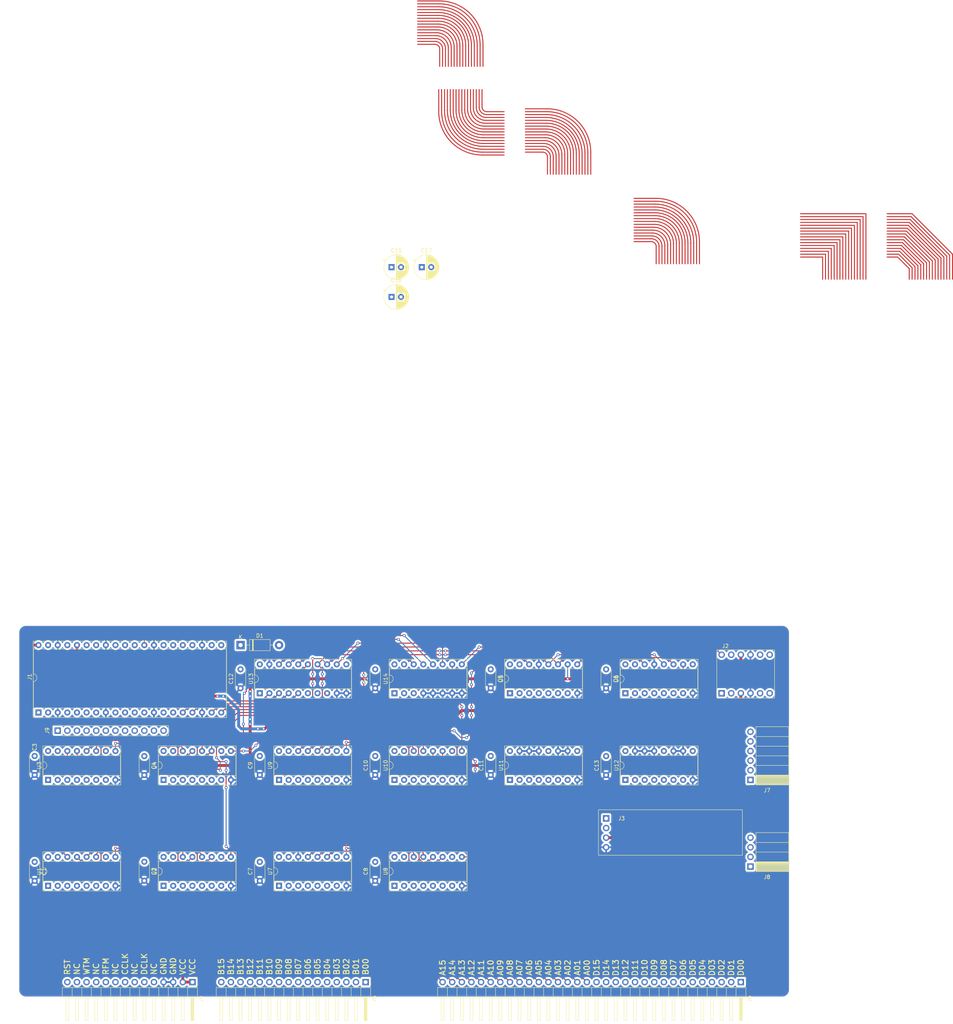
<source format=kicad_pcb>
(kicad_pcb (version 20221018) (generator pcbnew)
  (layers (0 "F.Cu" signal) (31 "B.Cu" signal) (34 "B.Paste" user) (35 "F.Paste" user) (36 "B.SilkS" user "B.Silkscreen") (37 "F.SilkS" user "F.Silkscreen") (38 "B.Mask" user) (39 "F.Mask" user) (44 "Edge.Cuts" user))
  (net 0 "")
  (net 1 "Net-(D1-Pad1)")
  (net 2 "/KP_ROW_0")
  (net 3 "/KP_ROW_1")
  (net 4 "/KP_ROW_2")
  (net 5 "/KP_ROW_3")
  (net 6 "/KP_COLUMN_0")
  (net 7 "/KP_COLUMN_1")
  (net 8 "/KP_COLUMN_2")
  (net 9 "/KP_COLUMN_3")
  (net 10 "/KP_COLUMN_4")
  (net 11 "/KP_COLUMN_5")
  (net 12 "/KP_COLUMN_6")
  (net 13 "/KP_COLUMN_7")
  (net 14 "/SERIAL_READ_STORAGE_CLK_3V3")
  (net 15 "/SERIAL_READ_PARALLEL_LOAD_3V3")
  (net 16 "/SERIAL_READ_SHIFT_CLK_3V3")
  (net 17 "/SERIAL_WRITE_DATA_3V3")
  (net 18 "/SERIAL_WRITE_SHIFT_CLK_3V3")
  (net 19 "/SERIAL_WRITE_OUT_CLK_3V3")
  (net 20 "/CLK_PULSE_3V3")
  (net 21 "/SERIAL_READ_DATA_3V3")
  (net 22 "/3V3_FROM_PICO")
  (net 23 "/SERIAL_READ_DATA_5V")
  (net 24 "/ADDR_OE_TO_CPU")
  (net 26 "/DATA_OE_TO_CPU")
  (net 27 "/CLK_EN_TO_CPU")
  (net 28 "/CLK_SEL_TO_CPU")
  (net 29 "/CLK_PULSE_5V")
  (net 33 "/WTM_FROM_CPU")
  (net 36 "/RFM_FROM_CPU")
  (net 38 "/DATA_CLK_FROM_CPU")
  (net 39 "/CTL_CLK_FROM_CPU")
  (net 40 "Net-(U1-Pad9)")
  (net 41 "/SERIAL_WRITE_SHIFT_CLK_5V")
  (net 42 "/SERIAL_WRITE_OUT_CLK_5V")
  (net 43 "/INTERFACE_ADDR_ASSERT")
  (net 44 "/SERIAL_WRITE_DATA_5V")
  (net 45 "Net-(U2-Pad9)")
  (net 46 "Net-(U3-Pad9)")
  (net 47 "/INTERFACE_DATA_ASSERT")
  (net 48 "Net-(U4-Pad9)")
  (net 49 "/DATA_CLK_FROM_IFCE")
  (net 50 "/RFM_FROM_IFCE")
  (net 51 "/WTM_FROM_IFCE")
  (net 52 "/DATA_AND_CTL_CLK_SEL")
  (net 53 "/RFM_AND_WTM_SEL")
  (net 54 "Net-(U5-Pad9)")
  (net 55 "/CTL_CLK_FROM_IFCE")
  (net 56 "Net-(U7-Pad9)")
  (net 57 "/SERIAL_READ_SHIFT_CLK_5V")
  (net 58 "/SERIAL_READ_STORAGE_CLK_5V")
  (net 59 "/SERIAL_READ_PARALLEL_LOAD_5V")
  (net 60 "Net-(U8-Pad9)")
  (net 61 "Net-(U10-Pad14)")
  (net 62 "Net-(U10-Pad9)")
  (net 72 "GND")
  (net 77 "VCC")
  (net 78 "/SCREEN_SDA")
  (net 80 "/SCREEN_SCL")
  (net 81 "/DATA_CLK")
  (net 82 "/CONTROL_CLK")
  (net 83 "/RFM")
  (net 85 "/WTM")
  (net 86 "/RESET")
  (net 87 "/DATA_BUS_00")
  (net 88 "/DATA_BUS_01")
  (net 90 "/DATA_BUS_02")
  (net 92 "/DATA_BUS_03")
  (net 94 "/DATA_BUS_04")
  (net 96 "/DATA_BUS_05")
  (net 98 "/DATA_BUS_06")
  (net 115 "/DATA_BUS_07")
  (net 116 "/DATA_BUS_08")
  (net 117 "/DATA_BUS_09")
  (net 118 "/DATA_BUS_10")
  (net 119 "/DATA_BUS_11")
  (net 120 "/DATA_BUS_12")
  (net 121 "/DATA_BUS_13")
  (net 122 "/DATA_BUS_14")
  (net 123 "/DATA_BUS_15")
  (net 124 "/ADDR_BUS_00")
  (net 125 "/ADDR_BUS_01")
  (net 126 "/ADDR_BUS_02")
  (net 127 "/ADDR_BUS_03")
  (net 128 "/ADDR_BUS_04")
  (net 129 "/ADDR_BUS_05")
  (net 130 "/ADDR_BUS_06")
  (net 131 "/ADDR_BUS_07")
  (net 132 "/ADDR_BUS_08")
  (net 133 "/ADDR_BUS_09")
  (net 134 "/ADDR_BUS_10")
  (net 135 "/ADDR_BUS_11")
  (net 136 "/ADDR_BUS_12")
  (net 137 "/ADDR_BUS_13")
  (net 138 "/ADDR_BUS_14")
  (net 139 "/ADDR_BUS_15")
  (footprint "Connector_PinSocket_2.54mm:PinSocket_1x06_P2.54mm_Horizontal" (layer "F.Cu") (at 246.38 86.36 180)
    (fp_text reference "J7")
    (fp_text value "TO CPU")
  )
  (footprint "Package_DIP:DIP-16_W7.62mm_Socket" (layer "F.Cu") (at 182.88 63.5 90)
    (fp_text reference "U5")
    (fp_text value "74HC595")
  )
  (footprint "Package_DIP:DIP-16_W7.62mm_Socket" (layer "F.Cu") (at 91.44 86.36 90)
    (fp_text reference "U4")
    (fp_text value "74HC595")
  )
  (footprint "Capacitor_THT:C_Disc_D4.7mm_W2.5mm_P5.00mm" (layer "F.Cu") (at 147.32 85.05 90)
    (fp_text reference "C10")
    (fp_text value "C")
  )
  (footprint "sixteen-bit-computer:peripheral-backplane-membank" (layer "F.Cu") (at 144.78 139.7 -90)
    (fp_text reference "J5")
    (fp_text value "BACKPLANE BANK")
  )
  (footprint "Capacitor_THT:CP_Radial_D6.3mm_P2.50mm" (layer "F.Cu") (at 159.605241 -48.9)
    (fp_text reference "C17")
    (fp_text value "C_Polarized")
  )
  (footprint "Capacitor_THT:C_Disc_D4.7mm_W2.5mm_P5.00mm" (layer "F.Cu") (at 208.28 85.09 90)
    (fp_text reference "C13")
    (fp_text value "C")
  )
  (footprint "Package_DIP:DIP-16_W7.62mm_Socket" (layer "F.Cu") (at 213.36 63.5 90)
    (fp_text reference "U6")
    (fp_text value "74HC595")
  )
  (footprint "Package_DIP:DIP-16_W7.62mm_Socket" (layer "F.Cu") (at 60.96 114.3 90)
    (fp_text reference "U1")
    (fp_text value "74HC595")
  )
  (footprint "Capacitor_THT:C_Disc_D4.7mm_W2.5mm_P5.00mm" (layer "F.Cu") (at 177.8 57.19 -90)
    (fp_text reference "C5")
    (fp_text value "C")
  )
  (footprint "Capacitor_THT:C_Disc_D4.7mm_W2.5mm_P5.00mm" (layer "F.Cu") (at 57.404 80.05 -90)
    (fp_text reference "C3")
    (fp_text value "C")
  )
  (footprint "Diode_THT:D_DO-41_SOD81_P10.16mm_Horizontal" (layer "F.Cu") (at 111.76 50.8)
    (fp_text reference "D1")
    (fp_text value "1N5819")
  )
  (footprint "Package_DIP:DIP-16_W7.62mm_Socket" (layer "F.Cu") (at 152.4 86.36 90)
    (fp_text reference "U10")
    (fp_text value "74HC597")
  )
  (footprint "Package_DIP:DIP-16_W7.62mm_Socket" (layer "F.Cu") (at 182.88 86.36 90)
    (fp_text reference "U11")
    (fp_text value "74HCT157")
  )
  (footprint "sixteen-bit-computer:voltage-level-converter" (layer "F.Cu") (at 238.76 63.5)
    (fp_text reference "J2")
    (fp_text value "VOLTAGE CONVERTER")
  )
  (footprint "Package_DIP:DIP-16_W7.62mm_Socket" (layer "F.Cu") (at 91.44 114.3 90)
    (fp_text reference "U2")
    (fp_text value "74HC595")
  )
  (footprint "Capacitor_THT:C_Disc_D4.7mm_W2.5mm_P5.00mm" (layer "F.Cu") (at 177.8 85.05 90)
    (fp_text reference "C11")
    (fp_text value "C")
  )
  (footprint "Capacitor_THT:C_Disc_D4.7mm_W2.5mm_P5.00mm" (layer "F.Cu") (at 57.404 107.99 -90)
    (fp_text reference "C1")
    (fp_text value "C")
  )
  (footprint "Package_DIP:DIP-16_W7.62mm_Socket" (layer "F.Cu") (at 121.92 86.36 90)
    (fp_text reference "U9")
    (fp_text value "74HC597")
  )
  (footprint "Capacitor_THT:C_Disc_D4.7mm_W2.5mm_P5.00mm" (layer "F.Cu") (at 116.84 85.05 90)
    (fp_text reference "C9")
    (fp_text value "C")
  )
  (footprint "Connector_PinSocket_2.54mm:PinSocket_1x12_P2.54mm_Vertical" (layer "F.Cu") (at 63.5 73.381 90)
    (fp_text reference "J9")
    (fp_text value "KEYPAD")
  )
  (footprint "Capacitor_THT:C_Disc_D4.7mm_W2.5mm_P5.00mm" (layer "F.Cu") (at 116.84 112.99 90)
    (fp_text reference "C7")
    (fp_text value "C")
  )
  (footprint "sixteen-bit-computer:mini-oled-screen" (layer "F.Cu") (at 208.28 96.52)
    (fp_text reference "J3")
    (fp_text value "OLED SCREEN")
  )
  (footprint "Capacitor_THT:C_Disc_D4.7mm_W2.5mm_P5.00mm" (layer "F.Cu") (at 208.28 57.19 -90)
    (fp_text reference "C6")
    (fp_text value "C")
  )
  (footprint "Package_DIP:DIP-16_W7.62mm_Socket" (layer "F.Cu") (at 213.36 86.36 90)
    (fp_text reference "U12")
    (fp_text value "74HCT157")
  )
  (footprint "Capacitor_THT:C_Disc_D4.7mm_W2.5mm_P5.00mm" (layer "F.Cu") (at 86.36 107.95 -90)
    (fp_text reference "C2")
    (fp_text value "C")
  )
  (footprint "Connector_PinSocket_2.54mm:PinSocket_1x04_P2.54mm_Horizontal" (layer "F.Cu") (at 246.38 109.22 180)
    (fp_text reference "J8")
    (fp_text value "FROM CPU")
  )
  (footprint "Capacitor_THT:C_Disc_D4.7mm_W2.5mm_P5.00mm" (layer "F.Cu") (at 111.76 62.19 90)
    (fp_text reference "C12")
    (fp_text value "C")
  )
  (footprint "Package_DIP:DIP-16_W7.62mm_Socket" (layer "F.Cu") (at 60.96 86.36 90)
    (fp_text reference "U3")
    (fp_text value "74HC595")
  )
  (footprint "sixteen-bit-computer:peripheral-backplane-aux" (layer "F.Cu") (at 99.06 139.7 -90)
    (fp_text reference "J4")
    (fp_text value "BACKPLANE AUX")
  )
  (footprint "Capacitor_THT:C_Disc_D4.7mm_W2.5mm_P5.00mm" (layer "F.Cu") (at 86.36 80.09 -90)
    (fp_text reference "C4")
    (fp_text value "C")
  )
  (footprint "sixteen-bit-computer:pi-pico-standin" (layer "F.Cu") (at 58.42 68.58 90)
    (fp_text reference "J1")
    (fp_text value "Pi Pico Standin")
  )
  (footprint "Package_DIP:DIP-16_W7.62mm_Socket" (layer "F.Cu") (at 152.4 63.5 90)
    (fp_text reference "U14")
    (fp_text value "74HC597")
  )
  (footprint "Capacitor_THT:C_Disc_D4.7mm_W2.5mm_P5.00mm" (layer "F.Cu") (at 147.32 62.19 90)
    (fp_text reference "C14")
    (fp_text value "C")
  )
  (footprint "Package_DIP:DIP-20_W7.62mm_Socket" (layer "F.Cu") (at 116.84 63.5 90)
    (fp_text reference "U13")
    (fp_text value "74HCT245")
  )
  (footprint "Package_DIP:DIP-16_W7.62mm_Socket" (layer "F.Cu") (at 121.92 114.29 90)
    (fp_text reference "U7")
    (fp_text value "74HC597")
  )
  (footprint "sixteen-bit-computer:peripheral-backplane-data-addr-anno" (layer "F.Cu") (at 243.84 139.7 -90)
    (fp_text reference "J6")
    (fp_text value "BACKPLANE BUS")
  )
  (footprint "Capacitor_THT:CP_Radial_D6.3mm_P2.50mm" (layer "F.Cu") (at 151.625241 -41.05)
    (fp_text reference "C16")
    (fp_text value "C_Polarized")
  )
  (footprint "Package_DIP:DIP-16_W7.62mm_Socket" (layer "F.Cu") (at 152.4 114.3 90)
    (fp_text reference "U8")
    (fp_text value "74HC597")
  )
  (footprint "Capacitor_THT:CP_Radial_D6.3mm_P2.50mm" (layer "F.Cu") (at 151.625241 -48.9)
    (fp_text reference "C15")
    (fp_text value "C_Polarized")
  )
  (footprint "Capacitor_THT:C_Disc_D4.7mm_W2.5mm_P5.00mm" (layer "F.Cu") (at 147.32 112.99 90)
    (fp_text reference "C8")
    (fp_text value "C")
  )
  (gr_arc (start 53.34 47.498) (mid 53.860764 46.240764) (end 55.118 45.72) (stroke (width 0.05)) (layer "Edge.Cuts"))
  (gr_line (start 55.118 45.72) (end 254.762 45.72) (stroke (width 0.05)) (layer "Edge.Cuts"))
  (gr_line (start 53.34 141.732) (end 53.34 47.498) (stroke (width 0.05)) (layer "Edge.Cuts"))
  (gr_arc (start 256.54 141.732) (mid 256.019236 142.989236) (end 254.762 143.51) (stroke (width 0.05)) (layer "Edge.Cuts"))
  (gr_line (start 254.762 143.51) (end 55.118 143.51) (stroke (width 0.05)) (layer "Edge.Cuts"))
  (gr_line (start 256.54 47.498) (end 256.54 141.732) (stroke (width 0.05)) (layer "Edge.Cuts"))
  (gr_arc (start 55.118 143.51) (mid 53.860764 142.989236) (end 53.34 141.732) (stroke (width 0.05)) (layer "Edge.Cuts"))
  (gr_arc (start 254.762 45.72) (mid 256.019236 46.240764) (end 256.54 47.498) (stroke (width 0.05)) (layer "Edge.Cuts"))
  (segment (start 181.356 -80.01) (end 175.820003 -80.01) (width 0.254) (layer "F.Cu") (net 0))
  (segment (start 201.93 -73.406) (end 201.93 -78.854455) (width 0.254) (layer "F.Cu") (net 0))
  (segment (start 115.824 93.472) (end 119.507 93.472) (width 0.254) (layer "F.Cu") (net 0))
  (segment (start 167.132 -95.758) (end 167.132 -90.291157) (width 0.254) (layer "F.Cu") (net 0))
  (segment (start 63.627 96.774) (end 65.786 96.774) (width 0.254) (layer "F.Cu") (net 0))
  (segment (start 289.814 -49.022) (end 285.75 -53.086) (width 0.254) (layer "F.Cu") (net 0))
  (segment (start 271.526 -45.72) (end 271.526 -57.658) (width 0.254) (layer "F.Cu") (net 0))
  (segment (start 181.356 -78.486) (end 175.566302 -78.486) (width 0.254) (layer "F.Cu") (net 0))
  (segment (start 156.083 100.33) (end 158.242 100.33) (width 0.254) (layer "F.Cu") (net 0))
  (segment (start 232.918 -49.784) (end 232.918 -55.573698) (width 0.254) (layer "F.Cu") (net 0))
  (segment (start 274.574 -45.72) (end 274.574 -60.706) (width 0.254) (layer "F.Cu") (net 0))
  (segment (start 181.356 -83.058) (end 175.8155 -83.058) (width 0.254) (layer "F.Cu") (net 0))
  (segment (start 63.627 90.678) (end 65.786 90.678) (width 0.254) (layer "F.Cu") (net 0))
  (segment (start 292.1 -45.72) (end 292.1 -49.784) (width 0.254) (layer "F.Cu") (net 0))
  (segment (start 63.627 99.822) (end 65.786 99.822) (width 0.254) (layer "F.Cu") (net 0))
  (segment (start 224.536 -49.784) (end 224.536 -54.768893) (width 0.254) (layer "F.Cu") (net 0))
  (segment (start 275.336 -45.72) (end 275.336 -61.468) (width 0.254) (layer "F.Cu") (net 0))
  (segment (start 158.496 -112.268) (end 163.834557 -112.268) (width 0.254) (layer "F.Cu") (net 0))
  (segment (start 225.298 -49.784) (end 225.298 -54.956071) (width 0.254) (layer "F.Cu") (net 0))
  (segment (start 59.944 96.012) (end 65.786 96.012) (width 0.254) (layer "F.Cu") (net 0))
  (segment (start 215.646 -67.056) (end 216.216856 -67.056) (width 0.254) (layer "F.Cu") (net 0))
  (segment (start 288.798 -62.23) (end 282.448 -62.23) (width 0.254) (layer "F.Cu") (net 0))
  (segment (start 181.356 -86.106) (end 176.183929 -86.106) (width 0.254) (layer "F.Cu") (net 0))
  (segment (start 59.944 96.774) (end 63.627 96.774) (width 0.254) (layer "F.Cu") (net 0))
  (segment (start 291.338 -49.53) (end 291.338 -45.72) (width 0.254) (layer "F.Cu") (net 0))
  (segment (start 270.764 -45.72) (end 270.764 -56.896) (width 0.254) (layer "F.Cu") (net 0))
  (segment (start 200.406 -73.406) (end 200.406 -78.97693) (width 0.254) (layer "F.Cu") (net 0))
  (segment (start 298.958 -52.07) (end 288.798 -62.23) (width 0.254) (layer "F.Cu") (net 0))
  (segment (start 285.75 -53.086) (end 282.448 -53.086) (width 0.254) (layer "F.Cu") (net 0))
  (segment (start 119.507 99.568) (end 121.666 99.568) (width 0.254) (layer "F.Cu") (net 0))
  (segment (start 227.584 -49.784) (end 227.584 -55.246288) (width 0.254) (layer "F.Cu") (net 0))
  (segment (start 165.862 -101.854) (end 165.862 -106.539786) (width 0.254) (layer "F.Cu") (net 0))
  (segment (start 231.394 -49.784) (end 231.394 -55.319997) (width 0.254) (layer "F.Cu") (net 0))
  (segment (start 215.646 -55.626) (end 220.218 -55.626) (width 0.254) (layer "F.Cu") (net 0))
  (segment (start 215.646 -62.484) (end 221.1865 -62.484) (width 0.254) (layer "F.Cu") (net 0))
  (segment (start 292.1 -49.784) (end 286.512 -55.372) (width 0.254) (layer "F.Cu") (net 0))
  (segment (start 152.4 95.758) (end 158.242 95.758) (width 0.254) (layer "F.Cu") (net 0))
  (segment (start 152.4 98.806) (end 158.242 98.806) (width 0.254) (layer "F.Cu") (net 0))
  (segment (start 215.646 -56.388) (end 220.264072 -56.388) (width 0.254) (layer "F.Cu") (net 0))
  (segment (start 195.834 -73.406) (end 195.834 -78.390893) (width 0.254) (layer "F.Cu") (net 0))
  (segment (start 181.356 -80.772) (end 175.907545 -80.772) (width 0.254) (layer "F.Cu") (net 0))
  (segment (start 59.944 98.298) (end 65.786 98.298) (width 0.254) (layer "F.Cu") (net 0))
  (segment (start 266.954 -45.72) (end 266.954 -53.086) (width 0.254) (layer "F.Cu") (net 0))
  (segment (start 115.824 97.282) (end 121.666 97.282) (width 0.254) (layer "F.Cu") (net 0))
  (segment (start 181.356 -87.63) (end 176.508773 -87.63) (width 0.254) (layer "F.Cu") (net 0))
  (segment (start 152.4 101.092) (end 158.242 101.092) (width 0.254) (layer "F.Cu") (net 0))
  (segment (start 165.1 -101.854) (end 165.1 -106.472072) (width 0.254) (layer "F.Cu") (net 0))
  (segment (start 290.576 -49.276) (end 290.576 -45.72) (width 0.254) (layer "F.Cu") (net 0))
  (segment (start 152.4 94.234) (end 156.083 94.234) (width 0.254) (layer "F.Cu") (net 0))
  (segment (start 293.624 -45.72) (end 293.624 -50.292) (width 0.254) (layer "F.Cu") (net 0))
  (segment (start 175.514 -95.758) (end 175.514 -91.186) (width 0.254) (layer "F.Cu") (net 0))
  (segment (start 294.386 -50.546) (end 294.386 -45.72) (width 0.254) (layer "F.Cu") (net 0))
  (segment (start 158.496 -107.696) (end 163.068 -107.696) (width 0.254) (layer "F.Cu") (net 0))
  (segment (start 229.108 -49.784) (end 229.108 -55.35493) (width 0.254) (layer "F.Cu") (net 0))
  (segment (start 299.72 -52.324) (end 289.052 -62.992) (width 0.254) (layer "F.Cu") (net 0))
  (segment (start 259.588 -51.562) (end 265.43 -51.562) (width 0.254) (layer "F.Cu") (net 0))
  (segment (start 158.496 -109.22) (end 163.181786 -109.22) (width 0.254) (layer "F.Cu") (net 0))
  (segment (start 181.356 -84.582) (end 175.90584 -84.582) (width 0.254) (layer "F.Cu") (net 0))
  (segment (start 119.507 96.52) (end 121.666 96.52) (width 0.254) (layer "F.Cu") (net 0))
  (segment (start 158.496 -117.602) (end 164.031997 -117.602) (width 0.254) (layer "F.Cu") (net 0))
  (segment (start 295.91 -51.054) (end 295.91 -45.72) (width 0.254) (layer "F.Cu") (net 0))
  (segment (start 59.944 90.678) (end 61.468 90.678) (width 0.254) (layer "F.Cu") (net 0))
  (segment (start 156.083 94.234) (end 158.242 94.234) (width 0.254) (layer "F.Cu") (net 0))
  (segment (start 204.216 -73.406) (end 204.216 -79.195698) (width 0.254) (layer "F.Cu") (net 0))
  (segment (start 59.944 92.202) (end 65.786 92.202) (width 0.254) (layer "F.Cu") (net 0))
  (segment (start 286.512 -55.372) (end 282.448 -55.372) (width 0.254) (layer "F.Cu") (net 0))
  (segment (start 167.386 -101.854) (end 167.386 -106.838893) (width 0.254) (layer "F.Cu") (net 0))
  (segment (start 282.448 -53.848) (end 286.004 -53.848) (width 0.254) (layer "F.Cu") (net 0))
  (segment (start 226.06 -49.784) (end 226.06 -55.122557) (width 0.254) (layer "F.Cu") (net 0))
  (segment (start 168.91 -101.854) (end 168.91 -107.192557) (width 0.254) (layer "F.Cu") (net 0))
  (segment (start 259.588 -57.658) (end 271.526 -57.658) (width 0.254) (layer "F.Cu") (net 0))
  (segment (start 186.944 -88.392) (end 192.392455 -88.392) (width 0.254) (layer "F.Cu") (net 0))
  (segment (start 115.824 94.996) (end 121.666 94.996) (width 0.254) (layer "F.Cu") (net 0))
  (segment (start 288.544 -61.468) (end 282.448 -61.468) (width 0.254) (layer "F.Cu") (net 0))
  (segment (start 215.646 -57.912) (end 220.493227 -57.912) (width 0.254) (layer "F.Cu") (net 0))
  (segment (start 158.496 -118.364) (end 164.231418 -118.364) (width 0.254) (layer "F.Cu") (net 0))
  (segment (start 152.4 99.568) (end 158.242 99.568) (width 0.254) (layer "F.Cu") (net 0))
  (segment (start 186.944 -89.916) (end 192.679418 -89.916) (width 0.254) (layer "F.Cu") (net 0))
  (segment (start 175.768 -101.854) (end 175.768 -107.643698) (width 0.254) (layer "F.Cu") (net 0))
  (segment (start 175.006 -101.854) (end 175.006 -107.589418) (width 0.254) (layer "F.Cu") (net 0))
  (segment (start 164.338 -101.854) (end 164.338 -106.426) (width 0.254) (layer "F.Cu") (net 0))
  (segment (start 186.944 -90.678) (end 192.733698 -90.678) (width 0.254) (layer "F.Cu") (net 0))
  (segment (start 181.356 -85.344) (end 176.017443 -85.344) (width 0.254) (layer "F.Cu") (net 0))
  (segment (start 174.244 -101.854) (end 174.244 -107.389997) (width 0.254) (layer "F.Cu") (net 0))
  (segment (start 226.822 -49.784) (end 226.822 -55.23416) (width 0.254) (layer "F.Cu") (net 0))
  (segment (start 158.496 -115.316) (end 164.06693 -115.316) (width 0.254) (layer "F.Cu") (net 0))
  (segment (start 158.496 -108.458) (end 163.114072 -108.458) (width 0.254) (layer "F.Cu") (net 0))
  (segment (start 295.148 -50.8) (end 287.528 -58.42) (width 0.254) (layer "F.Cu") (net 0))
  (segment (start 287.274 -57.658) (end 294.386 -50.546) (width 0.254) (layer "F.Cu") (net 0))
  (segment (start 296.672 -45.72) (end 296.672 -51.308) (width 0.254) (layer "F.Cu") (net 0))
  (segment (start 298.196 -51.816) (end 288.544 -61.468) (width 0.254) (layer "F.Cu") (net 0))
  (segment (start 215.646 -58.674) (end 220.630893 -58.674) (width 0.254) (layer "F.Cu") (net 0))
  (segment (start 158.496 -113.03) (end 163.94616 -113.03) (width 0.254) (layer "F.Cu") (net 0))
  (segment (start 181.356 -86.868) (end 176.371107 -86.868) (width 0.254) (layer "F.Cu") (net 0))
  (segment (start 201.168 -73.406) (end 201.168 -78.872843) (width 0.254) (layer "F.Cu") (net 0))
  (segment (start 259.588 -62.992) (end 276.86 -62.992) (width 0.254) (layer "F.Cu") (net 0))
  (segment (start 293.624 -50.292) (end 287.02 -56.896) (width 0.254) (layer "F.Cu") (net 0))
  (segment (start 266.192 -45.72) (end 266.192 -52.324) (width 0.254) (layer "F.Cu") (net 0))
  (segment (start 181.356 -88.392) (end 176.670214 -88.392) (width 0.254) (layer "F.Cu") (net 0))
  (segment (start 173.482 -101.854) (end 173.482 -107.302455) (width 0.254) (layer "F.Cu") (net 0))
  (segment (start 158.496 -116.84) (end 163.944455 -116.84) (width 0.254) (layer "F.Cu") (net 0))
  (segment (start 215.646 -60.96) (end 221.09616 -60.96) (width 0.254) (layer "F.Cu") (net 0))
  (segment (start 223.012 -49.784) (end 223.012 -54.469786) (width 0.254) (layer "F.Cu") (net 0))
  (segment (start 186.944 -84.582) (end 192.39416 -84.582) (width 0.254) (layer "F.Cu") (net 0))
  (segment (start 259.588 -61.468) (end 275.336 -61.468) (width 0.254) (layer "F.Cu") (net 0))
  (segment (start 181.356 -89.154) (end 176.737928 -89.154) (width 0.254) (layer "F.Cu") (net 0))
  (segment (start 173.228 -95.758) (end 173.228 -90.910773) (width 0.254) (layer "F.Cu") (net 0))
  (segment (start 115.824 91.948) (end 121.666 91.948) (width 0.254) (layer "F.Cu") (net 0))
  (segment (start 174.752 -95.758) (end 174.752 -91.139928) (width 0.254) (layer "F.Cu") (net 0))
  (segment (start 164.846 -95.758) (end 164.846 -90.022582) (width 0.254) (layer "F.Cu") (net 0))
  (segment (start 259.588 -62.23) (end 276.098 -62.23) (width 0.254) (layer "F.Cu") (net 0))
  (segment (start 115.824 89.662) (end 121.666 89.662) (width 0.254) (layer "F.Cu") (net 0))
  (segment (start 196.596 -73.406) (end 196.596 -78.578071) (width 0.254) (layer "F.Cu") (net 0))
  (segment (start 282.448 -52.324) (end 285.496 -52.324) (width 0.254) (layer "F.Cu") (net 0))
  (segment (start 259.588 -60.706) (end 274.574 -60.706) (width 0.254) (layer "F.Cu") (net 0))
  (segment (start 186.944 -86.106) (end 192.4845 -86.106) (width 0.254) (layer "F.Cu") (net 0))
  (segment (start 216.216856 -67.056) (end 221.435698 -67.056) (width 0.254) (layer "F.Cu") (net 0))
  (segment (start 265.43 -45.72) (end 265.43 -51.562) (width 0.254) (layer "F.Cu") (net 0))
  (segment (start 171.958 -101.854) (end 171.958 -107.42493) (width 0.254) (layer "F.Cu") (net 0))
  (segment (start 299.72 -45.72) (end 299.72 -52.324) (width 0.254) (layer "F.Cu") (net 0))
  (segment (start 170.18 -95.758) (end 170.18 -90.30784) (width 0.254) (layer "F.Cu") (net 0))
  (segment (start 230.632 -49.784) (end 230.632 -55.232455) (width 0.254) (layer "F.Cu") (net 0))
  (segment (start 59.944 100.584) (end 65.786 100.584) (width 0.254) (layer "F.Cu") (net 0))
  (segment (start 221.488 -49.784) (end 221.488 -54.356) (width 0.254) (layer "F.Cu") (net 0))
  (segment (start 297.434 -51.562) (end 288.29 -60.706) (width 0.254) (layer "F.Cu") (net 0))
  (segment (start 59.944 97.536) (end 65.786 97.536) (width 0.254) (layer "F.Cu") (net 0))
  (segment (start 115.824 101.092) (end 121.666 101.092) (width 0.254) (layer "F.Cu") (net 0))
  (segment (start 198.12 -73.406) (end 198.12 -78.85616) (width 0.254) (layer "F.Cu") (net 0))
  (segment (start 298.196 -45.72) (end 298.196 -51.816) (width 0.254) (layer "F.Cu") (net 0))
  (segment (start 287.02 -56.896) (end 282.448 -56.896) (width 0.254) (layer "F.Cu") (net 0))
  (segment (start 215.646 -65.532) (end 221.181997 -65.532) (width 0.254) (layer "F.Cu") (net 0))
  (segment (start 282.448 -54.61) (end 286.258 -54.61) (width 0.254) (layer "F.Cu") (net 0))
  (segment (start 172.466 -95.758) (end 172.466 -90.773107) (width 0.254) (layer "F.Cu") (net 0))
  (segment (start 287.528 -58.42) (end 282.448 -58.42) (width 0.254) (layer "F.Cu") (net 0))
  (segment (start 186.944 -83.058) (end 192.116071 -83.058) (width 0.254) (layer "F.Cu") (net 0))
  (segment (start 181.356 -89.916) (end 176.784 -89.916) (width 0.254) (layer "F.Cu") (net 0))
  (segment (start 170.942 -95.758) (end 170.942 -90.419443) (width 0.254) (layer "F.Cu") (net 0))
  (segment (start 115.824 96.52) (end 119.507 96.52) (width 0.254) (layer "F.Cu") (net 0))
  (segment (start 186.944 -80.01) (end 191.562072 -80.01) (width 0.254) (layer "F.Cu") (net 0))
  (segment (start 181.356 -79.248) (end 175.620582 -79.248) (width 0.254) (layer "F.Cu") (net 0))
  (segment (start 296.672 -51.308) (end 288.036 -59.944) (width 0.254) (layer "F.Cu") (net 0))
  (segment (start 203.454 -73.406) (end 203.454 -79.141418) (width 0.254) (layer "F.Cu") (net 0))
  (segment (start 186.944 -89.154) (end 192.479997 -89.154) (width 0.254) (layer "F.Cu") (net 0))
  (segment (start 61.468 90.678) (end 63.627 90.678) (width 0.254) (layer "F.Cu") (net 0))
  (segment (start 282.448 -56.134) (end 286.766 -56.134) (width 0.254) (layer "F.Cu") (net 0))
  (segment (start 215.646 -59.436) (end 220.818071 -59.436) (width 0.254) (layer "F.Cu") (net 0))
  (segment (start 269.24 -45.72) (end 269.24 -55.372) (width 0.254) (layer "F.Cu") (net 0))
  (segment (start 298.958 -45.72) (end 298.958 -52.07) (width 0.254) (layer "F.Cu") (net 0))
  (segment (start 215.646 -60.198) (end 220.984557 -60.198) (width 0.254) (layer "F.Cu") (net 0))
  (segment (start 115.824 90.424) (end 119.507 90.424) (width 0.254) (layer "F.Cu") (net 0))
  (segment (start 59.944 94.488) (end 65.786 94.488) (width 0.254) (layer "F.Cu") (net 0))
  (segment (start 152.4 90.424) (end 158.242 90.424) (width 0.254) (layer "F.Cu") (net 0))
  (segment (start 282.448 -57.658) (end 287.274 -57.658) (width 0.254) (layer "F.Cu") (net 0))
  (segment (start 170.434 -101.854) (end 170.434 -107.316288) (width 0.254) (layer "F.Cu") (net 0))
  (segment (start 268.478 -45.72) (end 268.478 -54.61) (width 0.254) (layer "F.Cu") (net 0))
  (segment (start 297.434 -45.72) (end 297.434 -51.562) (width 0.254) (layer "F.Cu") (net 0))
  (segment (start 282.448 -51.562) (end 285.242 -51.562) (width 0.254) (layer "F.Cu") (net 0))
  (segment (start 195.072 -73.406) (end 195.072 -78.253227) (width 0.254) (layer "F.Cu") (net 0))
  (segment (start 59.944 99.822) (end 63.627 99.822) (width 0.254) (layer "F.Cu") (net 0))
  (segment (start 152.4 93.472) (end 158.242 93.472) (width 0.254) (layer "F.Cu") (net 0))
  (segment (start 115.824 91.186) (end 121.666 91.186) (width 0.254) (layer "F.Cu") (net 0))
  (segment (start 285.242 -51.562) (end 288.29 -48.514) (width 0.254) (layer "F.Cu") (net 0))
  (segment (start 152.4 101.854) (end 158.242 101.854) (width 0.254) (layer "F.Cu") (net 0))
  (segment (start 115.824 92.71) (end 121.666 92.71) (width 0.254) (layer "F.Cu") (net 0))
  (segment (start 59.944 101.346) (end 65.786 101.346) (width 0.254) (layer "F.Cu") (net 0))
  (segment (start 229.87 -49.784) (end 229.87 -55.250843) (width 0.254) (layer "F.Cu") (net 0))
  (segment (start 259.588 -54.61) (end 268.478 -54.61) (width 0.254) (layer "F.Cu") (net 0))
  (segment (start 59.944 93.726) (end 63.627 93.726) (width 0.254) (layer "F.Cu") (net 0))
  (segment (start 168.656 -95.758) (end 168.656 -90.2175) (width 0.254) (layer "F.Cu") (net 0))
  (segment (start 165.608 -95.758) (end 165.608 -90.222003) (width 0.254) (layer "F.Cu") (net 0))
  (segment (start 152.4 97.282) (end 156.083 97.282) (width 0.254) (layer "F.Cu") (net 0))
  (segment (start 63.627 93.726) (end 65.786 93.726) (width 0.254) (layer "F.Cu") (net 0))
  (segment (start 215.646 -63.246) (end 221.21693 -63.246) (width 0.254) (layer "F.Cu") (net 0))
  (segment (start 164.084 -95.758) (end 164.084 -89.968302) (width 0.254) (layer "F.Cu") (net 0))
  (segment (start 259.588 -53.848) (end 267.716 -53.848) (width 0.254) (layer "F.Cu") (net 0))
  (segment (start 119.507 93.472) (end 121.666 93.472) (width 0.254) (layer "F.Cu") (net 0))
  (segment (start 186.944 -83.82) (end 192.282557 -83.82) (width 0.254) (layer "F.Cu") (net 0))
  (segment (start 172.72 -101.854) (end 172.72 -107.320843) (width 0.254) (layer "F.Cu") (net 0))
  (segment (start 223.774 -49.784) (end 223.774 -54.631227) (width 0.254) (layer "F.Cu") (net 0))
  (segment (start 295.148 -45.72) (end 295.148 -50.8) (width 0.254) (layer "F.Cu") (net 0))
  (segment (start 115.824 95.758) (end 121.666 95.758) (width 0.254) (layer "F.Cu") (net 0))
  (segment (start 59.944 91.44) (end 65.786 91.44) (width 0.254) (layer "F.Cu") (net 0))
  (segment (start 289.814 -45.72) (end 289.814 -49.022) (width 0.254) (layer "F.Cu") (net 0))
  (segment (start 199.644 -73.406) (end 199.644 -78.9465) (width 0.254) (layer "F.Cu") (net 0))
  (segment (start 259.588 -56.896) (end 270.764 -56.896) (width 0.254) (layer "F.Cu") (net 0))
  (segment (start 167.894 -95.758) (end 167.894 -90.18707) (width 0.254) (layer "F.Cu") (net 0))
  (segment (start 152.4 96.52) (end 158.242 96.52) (width 0.254) (layer "F.Cu") (net 0))
  (segment (start 119.507 90.424) (end 121.666 90.424) (width 0.254) (layer "F.Cu") (net 0))
  (segment (start 288.29 -60.706) (end 282.448 -60.706) (width 0.254) (layer "F.Cu") (net 0))
  (segment (start 289.052 -62.992) (end 282.448 -62.992) (width 0.254) (layer "F.Cu") (net 0))
  (segment (start 192.786 -73.406) (end 192.786 -77.978) (width 0.254) (layer "F.Cu") (net 0))
  (segment (start 173.99 -95.758) (end 173.99 -91.072214) (width 0.254) (layer "F.Cu") (net 0))
  (segment (start 259.588 -52.324) (end 266.192 -52.324) (width 0.254) (layer "F.Cu") (net 0))
  (segment (start 115.824 100.33) (end 121.666 100.33) (width 0.254) (layer "F.Cu") (net 0))
  (segment (start 259.588 -59.944) (end 273.812 -59.944) (width 0.254) (layer "F.Cu") (net 0))
  (segment (start 276.86 -45.72) (end 276.86 -62.992) (width 0.254) (layer "F.Cu") (net 0))
  (segment (start 171.704 -95.758) (end 171.704 -90.585929) (width 0.254) (layer "F.Cu") (net 0))
  (segment (start 282.448 -59.182) (end 287.782 -59.182) (width 0.254) (layer "F.Cu") (net 0))
  (segment (start 286.766 -56.134) (end 292.862 -50.038) (width 0.254) (layer "F.Cu") (net 0))
  (segment (start 152.4 100.33) (end 156.083 100.33) (width 0.254) (layer "F.Cu") (net 0))
  (segment (start 115.824 98.044) (end 121.666 98.044) (width 0.254) (layer "F.Cu") (net 0))
  (segment (start 166.624 -101.854) (end 166.624 -106.701227) (width 0.254) (layer "F.Cu") (net 0))
  (segment (start 222.25 -49.784) (end 222.25 -54.402072) (width 0.254) (layer "F.Cu") (net 0))
  (segment (start 115.824 99.568) (end 119.507 99.568) (width 0.254) (layer "F.Cu") (net 0))
  (segment (start 171.196 -101.854) (end 171.196 -107.3945) (width 0.254) (layer "F.Cu") (net 0))
  (segment (start 186.944 -86.868) (end 192.51493 -86.868) (width 0.254) (layer "F.Cu") (net 0))
  (segment (start 215.646 -64.008) (end 221.112843 -64.008) (width 0.254) (layer "F.Cu") (net 0))
  (segment (start 292.862 -50.038) (end 292.862 -45.72) (width 0.254) (layer "F.Cu") (net 0))
  (segment (start 285.496 -52.324) (end 289.052 -48.768) (width 0.254) (layer "F.Cu") (net 0))
  (segment (start 259.588 -53.086) (end 266.954 -53.086) (width 0.254) (layer "F.Cu") (net 0))
  (segment (start 181.356 -81.534) (end 175.889157 -81.534) (width 0.254) (layer "F.Cu") (net 0))
  (segment (start 166.37 -95.758) (end 166.37 -90.309545) (width 0.254) (layer "F.Cu") (net 0))
  (segment (start 259.588 -58.42) (end 272.288 -58.42) (width 0.254) (layer "F.Cu") (net 0))
  (segment (start 168.148 -101.854) (end 168.148 -107.026071) (width 0.254) (layer "F.Cu") (net 0))
  (segment (start 156.083 97.282) (end 158.242 97.282) (width 0.254) (layer "F.Cu") (net 0))
  (segment (start 273.812 -45.72) (end 273.812 -59.944) (width 0.254) (layer "F.Cu") (net 0))
  (segment (start 169.672 -101.854) (end 169.672 -107.30416) (width 0.254) (layer "F.Cu") (net 0))
  (segment (start 158.496 -109.982) (end 163.343227 -109.982) (width 0.254) (layer "F.Cu") (net 0))
  (segment (start 186.944 -80.772) (end 191.629786 -80.772) (width 0.254) (layer "F.Cu") (net 0))
  (segment (start 59.944 92.964) (end 65.786 92.964) (width 0.254) (layer "F.Cu") (net 0))
  (segment (start 152.4 91.186) (end 156.083 91.186) (width 0.254) (layer "F.Cu") (net 0))
  (segment (start 259.588 -55.372) (end 269.24 -55.372) (width 0.254) (layer "F.Cu") (net 0))
  (segment (start 267.716 -45.72) (end 267.716 -53.848) (width 0.254) (layer "F.Cu") (net 0))
  (segment (start 152.4 94.996) (end 158.242 94.996) (width 0.254) (layer "F.Cu") (net 0))
  (segment (start 289.052 -48.768) (end 289.052 -45.72) (width 0.254) (layer "F.Cu") (net 0))
  (segment (start 186.944 -87.63) (end 192.410843 -87.63) (width 0.254) (layer "F.Cu") (net 0))
  (segment (start 181.356 -83.82) (end 175.893712 -83.82) (width 0.254) (layer "F.Cu") (net 0))
  (segment (start 215.646 -64.77) (end 221.094455 -64.77) (width 0.254) (layer "F.Cu") (net 0))
  (segment (start 186.944 -82.296) (end 191.928893 -82.296) (width 0.254) (layer "F.Cu") (net 0))
  (segment (start 186.944 -79.248) (end 191.516 -79.248) (width 0.254) (layer "F.Cu") (net 0))
  (segment (start 228.346 -49.784) (end 228.346 -55.3245) (width 0.254) (layer "F.Cu") (net 0))
  (segment (start 59.944 95.25) (end 65.786 95.25) (width 0.254) (layer "F.Cu") (net 0))
  (segment (start 194.31 -73.406) (end 194.31 -78.091786) (width 0.254) (layer "F.Cu") (net 0))
  (segment (start 193.548 -73.406) (end 193.548 -78.024072) (width 0.254) (layer "F.Cu") (net 0))
  (segment (start 186.944 -81.534) (end 191.791227 -81.534) (width 0.254) (layer "F.Cu") (net 0))
  (segment (start 158.496 -111.506) (end 163.668071 -111.506) (width 0.254) (layer "F.Cu") (net 0))
  (segment (start 158.496 -114.554) (end 164.0365 -114.554) (width 0.254) (layer "F.Cu") (net 0))
  (segment (start 158.496 -113.792) (end 163.958288 -113.792) (width 0.254) (layer "F.Cu") (net 0))
  (segment (start 202.692 -73.406) (end 202.692 -78.941997) (width 0.254) (layer "F.Cu") (net 0))
  (segment (start 215.646 -66.294) (end 221.381418 -66.294) (width 0.254) (layer "F.Cu") (net 0))
  (segment (start 186.944 -85.344) (end 192.406288 -85.344) (width 0.254) (layer "F.Cu") (net 0))
  (segment (start 232.156 -49.784) (end 232.156 -55.519418) (width 0.254) (layer "F.Cu") (net 0))
  (segment (start 152.4 91.948) (end 158.242 91.948) (width 0.254) (layer "F.Cu") (net 0))
  (segment (start 115.824 98.806) (end 121.666 98.806) (width 0.254) (layer "F.Cu") (net 0))
  (segment (start 152.4 92.71) (end 158.242 92.71) (width 0.254) (layer "F.Cu") (net 0))
  (segment (start 156.083 91.186) (end 158.242 91.186) (width 0.254) (layer "F.Cu") (net 0))
  (segment (start 59.944 99.06) (end 65.786 99.06) (width 0.254) (layer "F.Cu") (net 0))
  (segment (start 286.258 -54.61) (end 291.338 -49.53) (width 0.254) (layer "F.Cu") (net 0))
  (segment (start 215.646 -61.722) (end 221.108288 -61.722) (width 0.254) (layer "F.Cu") (net 0))
  (segment (start 288.29 -48.514) (end 288.29 -45.72) (width 0.254) (layer "F.Cu") (net 0))
  (segment (start 273.05 -45.72) (end 273.05 -59.182) (width 0.254) (layer "F.Cu") (net 0))
  (segment (start 181.356 -82.296) (end 175.78507 -82.296) (width 0.254) (layer "F.Cu") (net 0))
  (segment (start 288.036 -59.944) (end 282.448 -59.944) (width 0.254) (layer "F.Cu") (net 0))
  (segment (start 276.098 -45.72) (end 276.098 -62.23) (width 0.254) (layer "F.Cu") (net 0))
  (segment (start 158.496 -116.078) (end 163.962843 -116.078) (width 0.254) (layer "F.Cu") (net 0))
  (segment (start 152.4 98.044) (end 158.242 98.044) (width 0.254) (layer "F.Cu") (net 0))
  (segment (start 259.588 -56.134) (end 270.002 -56.134) (width 0.254) (layer "F.Cu") (net 0))
  (segment (start 215.646 -57.15) (end 220.331786 -57.15) (width 0.254) (layer "F.Cu") (net 0))
  (segment (start 270.002 -45.72) (end 270.002 -56.134) (width 0.254) (layer "F.Cu") (net 0))
  (segment (start 198.882 -73.406) (end 198.882 -78.868288) (width 0.254) (layer "F.Cu") (net 0))
  (segment (start 158.496 -110.744) (end 163.480893 -110.744) (width 0.254) (layer "F.Cu") (net 0))
  (segment (start 287.782 -59.182) (end 295.91 -51.054) (width 0.254) (layer "F.Cu") (net 0))
  (segment (start 115.824 94.234) (end 121.666 94.234) (width 0.254) (layer "F.Cu") (net 0))
  (segment (start 59.944 89.916) (end 65.786 89.916) (width 0.254) (layer "F.Cu") (net 0))
  (segment (start 272.288 -45.72) (end 272.288 -58.42) (width 0.254) (layer "F.Cu") (net 0))
  (segment (start 169.418 -95.758) (end 169.418 -90.295712) (width 0.254) (layer "F.Cu") (net 0))
  (segment (start 158.496 -119.126) (end 164.285698 -119.126) (width 0.254) (layer "F.Cu") (net 0))
  (segment (start 197.358 -73.406) (end 197.358 -78.744557) (width 0.254) (layer "F.Cu") (net 0))
  (segment (start 286.004 -53.848) (end 290.576 -49.276) (width 0.254) (layer "F.Cu") (net 0))
  (segment (start 259.588 -59.182) (end 273.05 -59.182) (width 0.254) (layer "F.Cu") (net 0))
  (arc (start 221.1865 -62.484) (mid 226.249031 -60.387031) (end 228.346 -55.3245) (width 0.254) (layer "F.Cu") (net 0))
  (arc (start 175.768 -107.643698) (mid 172.404912 -115.762912) (end 164.285698 -119.126) (width 0.254) (layer "F.Cu") (net 0))
  (arc (start 191.791227 -81.534) (mid 194.111084 -80.573084) (end 195.072 -78.253227) (width 0.254) (layer "F.Cu") (net 0))
  (arc (start 176.670214 -88.392) (mid 174.775017 -89.177017) (end 173.99 -91.072214) (width 0.254) (layer "F.Cu") (net 0))
  (arc (start 175.006 -107.589418) (mid 171.850198 -115.208198) (end 164.231418 -118.364) (width 0.254) (layer "F.Cu") (net 0))
  (arc (start 224.536 -54.768893) (mid 223.392221 -57.530221) (end 220.630893 -58.674) (width 0.254) (layer "F.Cu") (net 0))
  (arc (start 192.4845 -86.106) (mid 197.547031 -84.009031) (end 199.644 -78.9465) (width 0.254) (layer "F.Cu") (net 0))
  (arc (start 195.834 -78.390893) (mid 194.690221 -81.152221) (end 191.928893 -82.296) (width 0.254) (layer "F.Cu") (net 0))
  (arc (start 170.434 -107.316288) (mid 168.537308 -111.895308) (end 163.958288 -113.792) (width 0.254) (layer "F.Cu") (net 0))
  (arc (start 167.386 -106.838893) (mid 166.242221 -109.600221) (end 163.480893 -110.744) (width 0.254) (layer "F.Cu") (net 0))
  (arc (start 226.822 -55.23416) (mid 225.14494 -59.28294) (end 221.09616 -60.96) (width 0.254) (layer "F.Cu") (net 0))
  (arc (start 164.0365 -114.554) (mid 169.099031 -112.457031) (end 171.196 -107.3945) (width 0.254) (layer "F.Cu") (net 0))
  (arc (start 176.017443 -85.344) (mid 172.428563 -86.830563) (end 170.942 -90.419443) (width 0.254) (layer "F.Cu") (net 0))
  (arc (start 225.298 -54.956071) (mid 223.985859 -58.123859) (end 220.818071 -59.436) (width 0.254) (layer "F.Cu") (net 0))
  (arc (start 200.406 -78.97693) (mid 198.094759 -84.556759) (end 192.51493 -86.868) (width 0.254) (layer "F.Cu") (net 0))
  (arc (start 232.918 -55.573698) (mid 229.554912 -63.692912) (end 221.435698 -67.056) (width 0.254) (layer "F.Cu") (net 0))
  (arc (start 196.596 -78.578071) (mid 195.283859 -81.745859) (end 192.116071 -83.058) (width 0.254) (layer "F.Cu") (net 0))
  (arc (start 175.820003 -80.01) (mid 168.599026 -83.001026) (end 165.608 -90.222003) (width 0.254) (layer "F.Cu") (net 0))
  (arc (start 176.508773 -87.63) (mid 174.188916 -88.590916) (end 173.228 -90.910773) (width 0.254) (layer "F.Cu") (net 0))
  (arc (start 176.784 -89.916) (mid 175.885974 -90.287974) (end 175.514 -91.186) (width 0.254) (layer "F.Cu") (net 0))
  (arc (start 167.132 -90.291157) (mid 169.696912 -84.098912) (end 175.889157 -81.534) (width 0.254) (layer "F.Cu") (net 0))
  (arc (start 173.482 -107.302455) (mid 170.688518 -114.046518) (end 163.944455 -116.84) (width 0.254) (layer "F.Cu") (net 0))
  (arc (start 175.8155 -83.058) (mid 170.752969 -85.154969) (end 168.656 -90.2175) (width 0.254) (layer "F.Cu") (net 0))
  (arc (start 203.454 -79.141418) (mid 200.298198 -86.760198) (end 192.679418 -89.916) (width 0.254) (layer "F.Cu") (net 0))
  (arc (start 232.156 -55.519418) (mid 229.000198 -63.138198) (end 221.381418 -66.294) (width 0.254) (layer "F.Cu") (net 0))
  (arc (start 176.737928 -89.154) (mid 175.333665 -89.735665) (end 174.752 -91.139928) (width 0.254) (layer "F.Cu") (net 0))
  (arc (start 227.584 -55.246288) (mid 225.687308 -59.825308) (end 221.108288 -61.722) (width 0.254) (layer "F.Cu") (net 0))
  (arc (start 164.846 -90.022582) (mid 168.001802 -82.403802) (end 175.620582 -79.248) (width 0.254) (layer "F.Cu") (net 0))
  (arc (start 171.704 -90.585929) (mid 173.016141 -87.418141) (end 176.183929 -86.106) (width 0.254) (layer "F.Cu") (net 0))
  (arc (start 191.562072 -80.01) (mid 192.966335 -79.428335) (end 193.548 -78.024072) (width 0.254) (layer "F.Cu") (net 0))
  (arc (start 169.672 -107.30416) (mid 167.99494 -111.35294) (end 163.94616 -113.03) (width 0.254) (layer "F.Cu") (net 0))
  (arc (start 191.516 -79.248) (mid 192.414026 -78.876026) (end 192.786 -77.978) (width 0.254) (layer "F.Cu") (net 0))
  (arc (start 171.958 -107.42493) (mid 169.646759 -113.004759) (end 164.06693 -115.316) (width 0.254) (layer "F.Cu") (net 0))
  (arc (start 170.18 -90.30784) (mid 171.85706 -86.25906) (end 175.90584 -84.582) (width 0.254) (layer "F.Cu") (net 0))
  (arc (start 220.984557 -60.198) (mid 224.573437 -58.711437) (end 226.06 -55.122557) (width 0.254) (layer "F.Cu") (net 0))
  (arc (start 163.834557 -112.268) (mid 167.423437 -110.781437) (end 168.91 -107.192557) (width 0.254) (layer "F.Cu") (net 0))
  (arc (start 229.108 -55.35493) (mid 226.796759 -60.934759) (end 221.21693 -63.246) (width 0.254) (layer "F.Cu") (net 0))
  (arc (start 198.882 -78.868288) (mid 196.985308 -83.447308) (end 192.406288 -85.344) (width 0.254) (layer "F.Cu") (net 0))
  (arc (start 172.466 -90.773107) (mid 173.609779 -88.011779) (end 176.371107 -86.868) (width 0.254) (layer "F.Cu") (net 0))
  (arc (start 163.068 -107.696) (mid 163.966026 -107.324026) (end 164.338 -106.426) (width 0.254) (layer "F.Cu") (net 0))
  (arc (start 201.168 -78.872843) (mid 198.603088 -85.065088) (end 192.410843 -87.63) (width 0.254) (layer "F.Cu") (net 0))
  (arc (start 220.218 -55.626) (mid 221.116026 -55.254026) (end 221.488 -54.356) (width 0.254) (layer "F.Cu") (net 0))
  (arc (start 163.181786 -109.22) (mid 165.076983 -108.434983) (end 165.862 -106.539786) (width 0.254) (layer "F.Cu") (net 0))
  (arc (start 220.264072 -56.388) (mid 221.668335 -55.806335) (end 222.25 -54.402072) (width 0.254) (layer "F.Cu") (net 0))
  (arc (start 220.493227 -57.912) (mid 222.813084 -56.951084) (end 223.774 -54.631227) (width 0.254) (layer "F.Cu") (net 0))
  (arc (start 167.894 -90.18707) (mid 170.205241 -84.607241) (end 175.78507 -82.296) (width 0.254) (layer "F.Cu") (net 0))
  (arc (start 166.37 -90.309545) (mid 169.163482 -83.565482) (end 175.907545 -80.772) (width 0.254) (layer "F.Cu") (net 0))
  (arc (start 191.629786 -80.772) (mid 193.524983 -79.986983) (end 194.31 -78.091786) (width 0.254) (layer "F.Cu") (net 0))
  (arc (start 198.12 -78.85616) (mid 196.44294 -82.90494) (end 192.39416 -84.582) (width 0.254) (layer "F.Cu") (net 0))
  (arc (start 164.084 -89.968302) (mid 167.447088 -81.849088) (end 175.566302 -78.486) (width 0.254) (layer "F.Cu") (net 0))
  (arc (start 164.031997 -117.602) (mid 171.252974 -114.610974) (end 174.244 -107.389997) (width 0.254) (layer "F.Cu") (net 0))
  (arc (start 163.114072 -108.458) (mid 164.518335 -107.876335) (end 165.1 -106.472072) (width 0.254) (layer "F.Cu") (net 0))
  (arc (start 230.632 -55.232455) (mid 227.838518 -61.976518) (end 221.094455 -64.77) (width 0.254) (layer "F.Cu") (net 0))
  (arc (start 220.331786 -57.15) (mid 222.226983 -56.364983) (end 223.012 -54.469786) (width 0.254) (layer "F.Cu") (net 0))
  (arc (start 169.418 -90.295712) (mid 171.314692 -85.716692) (end 175.893712 -83.82) (width 0.254) (layer "F.Cu") (net 0))
  (arc (start 192.282557 -83.82) (mid 195.871437 -82.333437) (end 197.358 -78.744557) (width 0.254) (layer "F.Cu") (net 0))
  (arc (start 192.479997 -89.154) (mid 199.700974 -86.162974) (end 202.692 -78.941997) (width 0.254) (layer "F.Cu") (net 0))
  (arc (start 168.148 -107.026071) (mid 166.835859 -110.193859) (end 163.668071 -111.506) (width 0.254) (layer "F.Cu") (net 0))
  (arc (start 163.343227 -109.982) (mid 165.663084 -109.021084) (end 166.624 -106.701227) (width 0.254) (layer "F.Cu") (net 0))
  (arc (start 221.181997 -65.532) (mid 228.402974 -62.540974) (end 231.394 -55.319997) (width 0.254) (layer "F.Cu") (net 0))
  (arc (start 229.87 -55.250843) (mid 227.305088 -61.443088) (end 221.112843 -64.008) (width 0.254) (layer "F.Cu") (net 0))
  (arc (start 172.72 -107.320843) (mid 170.155088 -113.513088) (end 163.962843 -116.078) (width 0.254) (layer "F.Cu") (net 0))
  (arc (start 201.93 -78.854455) (mid 199.136518 -85.598518) (end 192.392455 -88.392) (width 0.254) (layer "F.Cu") (net 0))
  (arc (start 204.216 -79.195698) (mid 200.852912 -87.314912) (end 192.733698 -90.678) (width 0.254) (layer "F.Cu") (net 0))
  (segment (start 96.52 68.58) (end 99.568 65.532) (width 0.254) (layer "F.Cu") (net 14))
  (segment (start 99.568 65.532) (end 117.348 65.532) (width 0.254) (layer "F.Cu") (net 14))
  (segment (start 117.348 65.532) (end 119.38 63.5) (width 0.254) (layer "F.Cu") (net 14))
  (segment (start 99.06 68.58) (end 101.346 66.294) (width 0.254) (layer "F.Cu") (net 15))
  (segment (start 101.346 66.294) (end 119.126 66.294) (width 0.254) (layer "F.Cu") (net 15))
  (segment (start 119.126 66.294) (end 121.92 63.5) (width 0.254) (layer "F.Cu") (net 15))
  (segment (start 120.904 67.056) (end 124.46 63.5) (width 0.254) (layer "F.Cu") (net 16))
  (segment (start 105.664 67.056) (end 120.904 67.056) (width 0.254) (layer "F.Cu") (net 16))
  (segment (start 104.14 68.58) (end 105.664 67.056) (width 0.254) (layer "F.Cu") (net 16))
  (segment (start 122.682 67.818) (end 127 63.5) (width 0.254) (layer "F.Cu") (net 17))
  (segment (start 107.442 67.818) (end 122.682 67.818) (width 0.254) (layer "F.Cu") (net 17))
  (segment (start 106.68 68.58) (end 107.442 67.818) (width 0.254) (layer "F.Cu") (net 17))
  (segment (start 86.36 50.8) (end 86.36 47.498) (width 0.254) (layer "F.Cu") (net 21))
  (segment (start 86.614 47.244) (end 234.696 47.244) (width 0.254) (layer "F.Cu") (net 21))
  (segment (start 86.36 47.498) (end 86.614 47.244) (width 0.254) (layer "F.Cu") (net 21))
  (segment (start 234.696 47.244) (end 234.696 47.498) (width 0.254) (layer "F.Cu") (net 21))
  (segment (start 118.11 72.898) (end 120.142 70.866) (width 0.762) (layer "F.Cu") (net 22))
  (segment (start 208.28 101.6) (end 210.82 101.6) (width 0.762) (layer "F.Cu") (net 22))
  (segment (start 120.142 70.866) (end 167.295526 70.866) (width 0.762) (layer "F.Cu") (net 22))
  (segment (start 211.836 94.488) (end 250.444 94.488) (width 0.762) (layer "F.Cu") (net 22))
  (segment (start 250.952 93.98) (end 250.952 68.58) (width 0.762) (layer "F.Cu") (net 22))
  (segment (start 250.444 68.072) (end 243.84 68.072) (width 0.762) (layer "F.Cu") (net 22))
  (segment (start 69.088 64.262) (end 68.58 63.754) (width 0.762) (layer "F.Cu") (net 22))
  (segment (start 170.089526 68.072) (end 243.84 68.072) (width 0.762) (layer "F.Cu") (net 22))
  (segment (start 167.295526 70.866) (end 170.089526 68.072) (width 0.762) (layer "F.Cu") (net 22))
  (segment (start 250.444 94.488) (end 250.952 93.98) (width 0.762) (layer "F.Cu") (net 22))
  (segment (start 243.84 68.072) (end 243.84 63.5) (width 0.762) (layer "F.Cu") (net 22))
  (segment (start 211.328 94.996) (end 211.836 94.488) (width 0.762) (layer "F.Cu") (net 22))
  (segment (start 211.328 101.092) (end 211.328 94.996) (width 0.762) (layer "F.Cu") (net 22))
  (segment (start 105.664 64.262) (end 69.088 64.262) (width 0.762) (layer "F.Cu") (net 22))
  (segment (start 250.952 68.58) (end 250.444 68.072) (width 0.762) (layer "F.Cu") (net 22))
  (segment (start 68.58 63.754) (end 68.58 50.8) (width 0.762) (layer "F.Cu") (net 22))
  (segment (start 210.82 101.6) (end 211.328 101.092) (width 0.762) (layer "F.Cu") (net 22))
  (segment (start 107.188 64.262) (end 105.664 64.262) (width 0.762) (layer "F.Cu") (net 22))
  (segment (start 116.332 72.898) (end 118.11 72.898) (width 0.762) (layer "F.Cu") (net 22))
  (via (at 107.188 64.262) (size 0.762) (drill 0.4) (layers "F.Cu" "B.Cu") (net 22))
  (via (at 116.332 72.898) (size 0.762) (drill 0.4) (layers "F.Cu" "B.Cu") (net 22))
  (via (at 105.664 64.262) (size 0.762) (drill 0.4) (layers "F.Cu" "B.Cu") (net 22))
  (via (at 117.856 72.898) (size 0.762) (drill 0.4) (layers "F.Cu" "B.Cu") (net 22))
  (segment (start 111.252 67.818) (end 111.252 72.136) (width 0.762) (layer "B.Cu") (net 22))
  (segment (start 117.856 72.898) (end 116.332 72.898) (width 0.762) (layer "B.Cu") (net 22))
  (segment (start 112.014 72.898) (end 116.332 72.898) (width 0.762) (layer "B.Cu") (net 22))
  (segment (start 107.696 64.262) (end 111.252 67.818) (width 0.762) (layer "B.Cu") (net 22))
  (segment (start 111.252 72.136) (end 112.014 72.898) (width 0.762) (layer "B.Cu") (net 22))
  (segment (start 105.664 64.262) (end 107.696 64.262) (width 0.762) (layer "B.Cu") (net 22))
  (segment (start 174.752 51.308) (end 236.728 51.308) (width 0.254) (layer "F.Cu") (net 23))
  (segment (start 236.728 51.308) (end 238.76 53.34) (width 0.254) (layer "F.Cu") (net 23))
  (via (at 174.752 51.308) (size 0.762) (drill 0.4) (layers "F.Cu" "B.Cu") (net 23))
  (segment (start 170.18 55.88) (end 174.752 51.308) (width 0.254) (layer "B.Cu") (net 23))
  (segment (start 142.748 50.292) (end 253.746 50.292) (width 0.254) (layer "F.Cu") (net 29))
  (segment (start 253.746 50.292) (end 254 50.546) (width 0.254) (layer "F.Cu") (net 29))
  (segment (start 254 50.546) (end 254 75.946) (width 0.254) (layer "F.Cu") (net 29))
  (segment (start 137.16 55.88) (end 138.684 54.356) (width 0.254) (layer "F.Cu") (net 29))
  (via (at 142.748 50.292) (size 0.762) (drill 0.4) (layers "F.Cu" "B.Cu") (net 29))
  (via (at 138.684 54.356) (size 0.762) (drill 0.4) (layers "F.Cu" "B.Cu") (net 29))
  (segment (start 138.684 54.356) (end 142.748 50.292) (width 0.254) (layer "B.Cu") (net 29))
  (segment (start 95.504 104.394) (end 78.74 104.394) (width 0.254) (layer "F.Cu") (net 40))
  (segment (start 96.52 105.41) (end 95.504 104.394) (width 0.254) (layer "F.Cu") (net 40))
  (segment (start 96.52 106.68) (end 96.52 105.41) (width 0.254) (layer "F.Cu") (net 40))
  (via (at 78.74 104.394) (size 0.762) (drill 0.4) (layers "F.Cu" "B.Cu") (net 40))
  (segment (start 78.74 104.394) (end 78.74 106.68) (width 0.254) (layer "B.Cu") (net 40))
  (segment (start 100.838 107.95) (end 100.33 107.442) (width 0.254) (layer "F.Cu") (net 41))
  (segment (start 164.338 52.324) (end 135.636 52.324) (width 0.254) (layer "F.Cu") (net 41))
  (segment (start 73.66 78.74) (end 73.66 77.724) (width 0.254) (layer "F.Cu") (net 41))
  (segment (start 102.616 80.264) (end 104.14 78.74) (width 0.254) (layer "F.Cu") (net 41))
  (segment (start 100.33 107.442) (end 100.33 106.052052) (width 0.254) (layer "F.Cu") (net 41))
  (segment (start 100.33 79.502) (end 101.092 80.264) (width 0.254) (layer "F.Cu") (net 41))
  (segment (start 132.08 55.88) (end 132.08 56.134) (width 0.254) (layer "F.Cu") (net 41))
  (segment (start 100.33 106.052052) (end 97.909948 103.632) (width 0.254) (layer "F.Cu") (net 41))
  (segment (start 133.35 58.42) (end 133.35 57.15) (width 0.254) (layer "F.Cu") (net 41))
  (segment (start 75.946 103.632) (end 73.66 105.918) (width 0.254) (layer "F.Cu") (net 41))
  (segment (start 197.358 54.102) (end 224.282 54.102) (width 0.254) (layer "F.Cu") (net 41))
  (segment (start 104.14 106.68) (end 102.87 107.95) (width 0.254) (layer "F.Cu") (net 41))
  (segment (start 75.438 75.946) (end 98.806 75.946) (width 0.254) (layer "F.Cu") (net 41))
  (segment (start 133.35 67.818) (end 133.35 60.96) (width 0.254) (layer "F.Cu") (net 41))
  (segment (start 100.33 77.47) (end 100.33 79.502) (width 0.254) (layer "F.Cu") (net 41))
  (segment (start 195.58 55.88) (end 197.358 54.102) (width 0.254) (layer "F.Cu") (net 41))
  (segment (start 101.092 80.264) (end 102.616 80.264) (width 0.254) (layer "F.Cu") (net 41))
  (segment (start 73.66 77.724) (end 75.438 75.946) (width 0.254) (layer "F.Cu") (net 41))
  (segment (start 111.76 69.342) (end 131.826 69.342) (width 0.254) (layer "F.Cu") (net 41))
  (segment (start 104.14 78.74) (end 104.14 76.962) (width 0.254) (layer "F.Cu") (net 41))
  (segment (start 102.87 107.95) (end 100.838 107.95) (width 0.254) (layer "F.Cu") (net 41))
  (segment (start 73.66 105.918) (end 73.66 106.68) (width 0.254) (layer "F.Cu") (net 41))
  (segment (start 97.909948 103.632) (end 75.946 103.632) (width 0.254) (layer "F.Cu") (net 41))
  (segment (start 192.024 52.324) (end 195.58 55.88) (width 0.254) (layer "F.Cu") (net 41))
  (segment (start 104.14 76.962) (end 111.76 69.342) (width 0.254) (layer "F.Cu") (net 41))
  (segment (start 131.826 69.342) (end 133.35 67.818) (width 0.254) (layer "F.Cu") (net 41))
  (segment (start 98.806 75.946) (end 100.33 77.47) (width 0.254) (layer "F.Cu") (net 41))
  (segment (start 224.282 54.102) (end 226.06 55.88) (width 0.254) (layer "F.Cu") (net 41))
  (segment (start 133.35 57.15) (end 132.08 55.88) (width 0.254) (layer "F.Cu") (net 41))
  (segment (start 165.862 52.324) (end 192.024 52.324) (width 0.254) (layer "F.Cu") (net 41))
  (segment (start 135.636 52.324) (end 132.08 55.88) (width 0.254) (layer "F.Cu") (net 41))
  (via (at 133.35 58.42) (size 0.762) (drill 0.4) (layers "F.Cu" "B.Cu") (net 41))
  (via (at 164.338 52.324) (size 0.762) (drill 0.4) (layers "F.Cu" "B.Cu") (net 41))
  (via (at 165.862 52.324) (size 0.762) (drill 0.4) (layers "F.Cu" "B.Cu") (net 41))
  (via (at 133.35 60.96) (size 0.762) (drill 0.4) (layers "F.Cu" "B.Cu") (net 41))
  (segment (start 164.338 52.324) (end 165.862 52.324) (width 0.254) (layer "B.Cu") (net 41))
  (segment (start 133.35 58.42) (end 133.35 60.96) (width 0.254) (layer "B.Cu") (net 41))
  (segment (start 98.298 102.87) (end 101.6 106.172) (width 0.254) (layer "F.Cu") (net 42))
  (segment (start 130.81 60.96) (end 130.81 66.04) (width 0.254) (layer "F.Cu") (net 42))
  (segment (start 71.12 106.68) (end 74.93 102.87) (width 0.254) (layer "F.Cu") (net 42))
  (segment (start 74.93 102.87) (end 98.298 102.87) (width 0.254) (layer "F.Cu") (net 42))
  (segment (start 128.27 68.58) (end 110.998 68.58) (width 0.254) (layer "F.Cu") (net 42))
  (segment (start 74.676 75.184) (end 99.06 75.184) (width 0.254) (layer "F.Cu") (net 42))
  (segment (start 190.5 53.34) (end 193.04 55.88) (width 0.254) (layer "F.Cu") (net 42))
  (segment (start 71.12 78.74) (end 74.676 75.184) (width 0.254) (layer "F.Cu") (net 42))
  (segment (start 110.998 68.58) (end 104.394 75.184) (width 0.254) (layer "F.Cu") (net 42))
  (segment (start 165.862 53.34) (end 190.5 53.34) (width 0.254) (layer "F.Cu") (net 42))
  (segment (start 101.6 106.172) (end 101.6 106.68) (width 0.254) (layer "F.Cu") (net 42))
  (segment (start 164.338 53.34) (end 137.16 53.34) (width 0.254) (layer "F.Cu") (net 42))
  (segment (start 130.81 54.356) (end 130.81 58.42) (width 0.254) (layer "F.Cu") (net 42))
  (segment (start 99.06 75.184) (end 101.6 75.184) (width 0.254) (layer "F.Cu") (net 42))
  (segment (start 130.81 66.04) (end 128.27 68.58) (width 0.254) (layer "F.Cu") (net 42))
  (segment (start 195.58 53.34) (end 220.98 53.34) (width 0.254) (layer "F.Cu") (net 42))
  (segment (start 101.6 75.184) (end 101.6 78.74) (width 0.254) (layer "F.Cu") (net 42))
  (segment (start 104.394 75.184) (end 99.06 75.184) (width 0.254) (layer "F.Cu") (net 42))
  (segment (start 137.16 53.34) (end 134.62 55.88) (width 0.254) (layer "F.Cu") (net 42))
  (via (at 195.58 53.34) (size 0.762) (drill 0.4) (layers "F.Cu" "B.Cu") (net 42))
  (via (at 220.98 53.34) (size 0.762) (drill 0.4) (layers "F.Cu" "B.Cu") (net 42))
  (via (at 130.81 54.356) (size 0.762) (drill 0.4) (layers "F.Cu" "B.Cu") (net 42))
  (via (at 130.81 58.42) (size 0.762) (drill 0.4) (layers "F.Cu" "B.Cu") (net 42))
  (via (at 164.338 53.34) (size 0.762) (drill 0.4) (layers "F.Cu" "B.Cu") (net 42))
  (via (at 165.862 53.34) (size 0.762) (drill 0.4) (layers "F.Cu" "B.Cu") (net 42))
  (via (at 130.81 60.96) (size 0.762) (drill 0.4) (layers "F.Cu" "B.Cu") (net 42))
  (segment (start 133.096 54.356) (end 134.62 55.88) (width 0.254) (layer "B.Cu") (net 42))
  (segment (start 164.338 53.34) (end 165.862 53.34) (width 0.254) (layer "B.Cu") (net 42))
  (segment (start 193.04 55.88) (end 195.58 53.34) (width 0.254) (layer "B.Cu") (net 42))
  (segment (start 220.98 53.34) (end 223.52 55.88) (width 0.254) (layer "B.Cu") (net 42))
  (segment (start 130.81 58.42) (end 130.81 60.96) (width 0.254) (layer "B.Cu") (net 42))
  (segment (start 130.81 54.356) (end 133.096 54.356) (width 0.254) (layer "B.Cu") (net 42))
  (segment (start 74.295 108.077) (end 69.977 108.077) (width 0.254) (layer "F.Cu") (net 43))
  (segment (start 99.06 106.68) (end 97.79 107.95) (width 0.254) (layer "F.Cu") (net 43))
  (segment (start 95.758 107.95) (end 95.25 107.442) (width 0.254) (layer "F.Cu") (net 43))
  (segment (start 97.79 107.95) (end 95.758 107.95) (width 0.254) (layer "F.Cu") (net 43))
  (segment (start 74.93 106.052052) (end 74.93 107.442) (width 0.254) (layer "F.Cu") (net 43))
  (segment (start 94.488 105.156) (end 75.826052 105.156) (width 0.254) (layer "F.Cu") (net 43))
  (segment (start 74.93 107.442) (end 74.295 108.077) (width 0.254) (layer "F.Cu") (net 43))
  (segment (start 95.25 107.442) (end 95.25 105.918) (width 0.254) (layer "F.Cu") (net 43))
  (segment (start 69.977 108.077) (end 68.58 106.68) (width 0.254) (layer "F.Cu") (net 43))
  (segment (start 95.25 105.918) (end 94.488 105.156) (width 0.254) (layer "F.Cu") (net 43))
  (segment (start 75.826052 105.156) (end 74.93 106.052052) (width 0.254) (layer "F.Cu") (net 43))
  (segment (start 61.16 101.8) (end 59.755947 101.8) (width 0.254) (layer "F.Cu") (net 44))
  (segment (start 105.664 76.708) (end 112.268 76.708) (width 0.254) (layer "F.Cu") (net 44))
  (segment (start 59.755947 101.8) (end 59.182 101.226053) (width 0.254) (layer "F.Cu") (net 44))
  (segment (start 105.41 76.962) (end 105.664 76.708) (width 0.254) (layer "F.Cu") (net 44))
  (segment (start 106.172 83.566) (end 106.426 83.82) (width 0.254) (layer "F.Cu") (net 44))
  (segment (start 105.41 80.518) (end 105.41 76.962) (width 0.254) (layer "F.Cu") (net 44))
  (segment (start 129.54 55.88) (end 129.794 55.88) (width 0.254) (layer "F.Cu") (net 44))
  (segment (start 59.182 101.226053) (end 59.182 84.328) (width 0.254) (layer "F.Cu") (net 44))
  (segment (start 86.868 83.566) (end 106.172 83.566) (width 0.254) (layer "F.Cu") (net 44))
  (segment (start 112.522 76.454) (end 112.522 71.628) (width 0.254) (layer "F.Cu") (net 44))
  (segment (start 112.268 76.708) (end 112.522 76.454) (width 0.254) (layer "F.Cu") (net 44))
  (segment (start 113.284 62.992) (end 113.284 58.166) (width 0.254) (layer "F.Cu") (net 44))
  (segment (start 112.776 63.5) (end 113.284 62.992) (width 0.254) (layer "F.Cu") (net 44))
  (segment (start 59.944 83.566) (end 86.868 83.566) (width 0.254) (layer "F.Cu") (net 44))
  (segment (start 59.182 84.328) (end 59.944 83.566) (width 0.254) (layer "F.Cu") (net 44))
  (segment (start 66.04 106.68) (end 61.16 101.8) (width 0.254) (layer "F.Cu") (net 44))
  (segment (start 113.284 58.166) (end 127.254 58.166) (width 0.254) (layer "F.Cu") (net 44))
  (segment (start 127.254 58.166) (end 129.54 55.88) (width 0.254) (layer "F.Cu") (net 44))
  (via (at 112.776 63.5) (size 0.762) (drill 0.4) (layers "F.Cu" "B.Cu") (net 44))
  (via (at 112.522 71.628) (size 0.762) (drill 0.4) (layers "F.Cu" "B.Cu") (net 44))
  (via (at 106.426 83.82) (size 0.762) (drill 0.4) (layers "F.Cu" "B.Cu") (net 44))
  (via (at 105.41 80.518) (size 0.762) (drill 0.4) (layers "F.Cu" "B.Cu") (net 44))
  (segment (start 112.776 63.5) (end 112.522 63.754) (width 0.254) (layer "B.Cu") (net 44))
  (segment (start 106.426 83.82) (end 106.426 81.534) (width 0.254) (layer "B.Cu") (net 44))
  (segment (start 106.426 81.534) (end 105.41 80.518) (width 0.254) (layer "B.Cu") (net 44))
  (segment (start 112.522 63.754) (end 112.522 71.628) (width 0.254) (layer "B.Cu") (net 44))
  (segment (start 107.95 103.886) (end 109.22 105.156) (width 0.254) (layer "F.Cu") (net 45))
  (segment (start 109.22 105.156) (end 109.22 106.68) (width 0.254) (layer "F.Cu") (net 45))
  (segment (start 67.564 81.534) (end 66.04 80.01) (width 0.254) (layer "F.Cu") (net 45))
  (segment (start 107.95 83.82) (end 107.95 88.392) (width 0.254) (layer "F.Cu") (net 45))
  (segment (start 107.95 81.534) (end 67.564 81.534) (width 0.254) (layer "F.Cu") (net 45))
  (segment (start 66.04 80.01) (end 66.04 78.74) (width 0.254) (layer "F.Cu") (net 45))
  (via (at 107.95 103.886) (size 0.762) (drill 0.4) (layers "F.Cu" "B.Cu") (net 45))
  (via (at 107.95 83.82) (size 0.762) (drill 0.4) (layers "F.Cu" "B.Cu") (net 45))
  (via (at 107.95 88.392) (size 0.762) (drill 0.4) (layers "F.Cu" "B.Cu") (net 45))
  (via (at 107.95 81.534) (size 0.762) (drill 0.4) (layers "F.Cu" "B.Cu") (net 45))
  (segment (start 107.95 88.392) (end 107.95 103.886) (width 0.254) (layer "B.Cu") (net 45))
  (segment (start 107.95 81.534) (end 107.95 83.82) (width 0.254) (layer "B.Cu") (net 45))
  (segment (start 95.25 76.708) (end 78.74 76.708) (width 0.254) (layer "F.Cu") (net 46))
  (segment (start 96.52 78.74) (end 96.52 77.978) (width 0.254) (layer "F.Cu") (net 46))
  (segment (start 96.52 77.978) (end 95.25 76.708) (width 0.254) (layer "F.Cu") (net 46))
  (via (at 78.74 76.708) (size 0.762) (drill 0.4) (layers "F.Cu" "B.Cu") (net 46))
  (segment (start 78.74 76.708) (end 78.74 78.74) (width 0.254) (layer "B.Cu") (net 46))
  (segment (start 97.536 80.264) (end 96.012 80.264) (width 0.254) (layer "F.Cu") (net 47))
  (segment (start 99.06 78.74) (end 97.536 80.264) (width 0.254) (layer "F.Cu") (net 47))
  (segment (start 68.58 79.756) (end 68.58 78.74) (width 0.254) (layer "F.Cu") (net 47))
  (segment (start 74.93 77.978) (end 74.93 79.756) (width 0.254) (layer "F.Cu") (net 47))
  (segment (start 75.438 77.47) (end 74.93 77.978) (width 0.254) (layer "F.Cu") (net 47))
  (segment (start 69.088 80.264) (end 68.58 79.756) (width 0.254) (layer "F.Cu") (net 47))
  (segment (start 96.012 80.264) (end 95.25 79.502) (width 0.254) (layer "F.Cu") (net 47))
  (segment (start 95.25 77.978) (end 94.742 77.47) (width 0.254) (layer "F.Cu") (net 47))
  (segment (start 74.93 79.756) (end 74.422 80.264) (width 0.254) (layer "F.Cu") (net 47))
  (segment (start 74.422 80.264) (end 69.088 80.264) (width 0.254) (layer "F.Cu") (net 47))
  (segment (start 94.742 77.47) (end 75.438 77.47) (width 0.254) (layer "F.Cu") (net 47))
  (segment (start 95.25 79.502) (end 95.25 77.978) (width 0.254) (layer "F.Cu") (net 47))
  (segment (start 176.53 54.356) (end 186.436 54.356) (width 0.254) (layer "F.Cu") (net 48))
  (segment (start 119.634 73.406) (end 115.824 77.216) (width 0.254) (layer "F.Cu") (net 48))
  (segment (start 109.22 78.74) (end 112.522 78.74) (width 0.254) (layer "F.Cu") (net 48))
  (segment (start 186.436 54.356) (end 187.96 55.88) (width 0.254) (layer "F.Cu") (net 48))
  (segment (start 172.72 58.166) (end 176.53 54.356) (width 0.254) (layer "F.Cu") (net 48))
  (segment (start 172.72 67.056) (end 172.72 61.214) (width 0.254) (layer "F.Cu") (net 48))
  (segment (start 171.45 75.184) (end 172.72 73.914) (width 0.254) (layer "F.Cu") (net 48))
  (segment (start 168.148 73.406) (end 119.634 73.406) (width 0.254) (layer "F.Cu") (net 48))
  (segment (start 172.72 73.914) (end 172.72 69.342) (width 0.254) (layer "F.Cu") (net 48))
  (via (at 172.72 61.214) (size 0.762) (drill 0.4) (layers "F.Cu" "B.Cu") (net 48))
  (via (at 172.72 69.342) (size 0.762) (drill 0.4) (layers "F.Cu" "B.Cu") (net 48))
  (via (at 171.45 75.184) (size 0.762) (drill 0.4) (layers "F.Cu" "B.Cu") (net 48))
  (via (at 115.824 77.216) (size 0.762) (drill 0.4) (layers "F.Cu" "B.Cu") (net 48))
  (via (at 172.72 58.166) (size 0.762) (drill 0.4) (layers "F.Cu" "B.Cu") (net 48))
  (via (at 168.148 73.406) (size 0.762) (drill 0.4) (layers "F.Cu" "B.Cu") (net 48))
  (via (at 112.522 78.74) (size 0.762) (drill 0.4) (layers "F.Cu" "B.Cu") (net 48))
  (via (at 172.72 67.056) (size 0.762) (drill 0.4) (layers "F.Cu" "B.Cu") (net 48))
  (segment (start 172.72 67.056) (end 172.72 69.342) (width 0.254) (layer "B.Cu") (net 48))
  (segment (start 168.148 73.406) (end 169.926 75.184) (width 0.254) (layer "B.Cu") (net 48))
  (segment (start 112.522 78.74) (end 114.3 78.74) (width 0.254) (layer "B.Cu") (net 48))
  (segment (start 172.72 61.214) (end 172.72 58.166) (width 0.254) (layer "B.Cu") (net 48))
  (segment (start 169.926 75.184) (end 171.45 75.184) (width 0.254) (layer "B.Cu") (net 48))
  (segment (start 114.3 78.74) (end 115.824 77.216) (width 0.254) (layer "B.Cu") (net 48))
  (segment (start 201.93 54.61) (end 200.66 55.88) (width 0.254) (layer "F.Cu") (net 54))
  (segment (start 218.44 55.88) (end 217.424 54.864) (width 0.254) (layer "F.Cu") (net 54))
  (segment (start 217.424 54.61) (end 201.93 54.61) (width 0.254) (layer "F.Cu") (net 54))
  (segment (start 217.424 54.864) (end 217.424 54.61) (width 0.254) (layer "F.Cu") (net 54))
  (segment (start 139.7 104.394) (end 156.21 104.394) (width 0.254) (layer "F.Cu") (net 56))
  (segment (start 156.21 104.394) (end 157.48 105.664) (width 0.254) (layer "F.Cu") (net 56))
  (segment (start 157.48 105.664) (end 157.48 106.68) (width 0.254) (layer "F.Cu") (net 56))
  (via (at 139.7 104.394) (size 0.762) (drill 0.4) (layers "F.Cu" "B.Cu") (net 56))
  (segment (start 139.7 106.67) (end 139.7 104.394) (width 0.254) (layer "B.Cu") (net 56))
  (segment (start 155.702 105.156) (end 156.21 105.664) (width 0.254) (layer "F.Cu") (net 57))
  (segment (start 165.1 80.518) (end 165.1 78.74) (width 0.254) (layer "F.Cu") (net 57))
  (segment (start 134.62 78.74) (end 136.144 77.216) (width 0.254) (layer "F.Cu") (net 57))
  (segment (start 164.846 51.308) (end 165.1 51.562) (width 0.254) (layer "F.Cu") (net 57))
  (segment (start 127 55.88) (end 131.572 51.308) (width 0.254) (layer "F.Cu") (net 57))
  (segment (start 131.572 51.308) (end 164.846 51.308) (width 0.254) (layer "F.Cu") (net 57))
  (segment (start 164.646 80.972) (end 165.1 80.518) (width 0.254) (layer "F.Cu") (net 57))
  (segment (start 156.21 105.664) (end 156.21 108.712) (width 0.254) (layer "F.Cu") (net 57))
  (segment (start 134.62 106.67) (end 136.134 105.156) (width 0.254) (layer "F.Cu") (net 57))
  (segment (start 158.75 108.966) (end 162.814 108.966) (width 0.254) (layer "F.Cu") (net 57))
  (segment (start 156.21 78.112052) (end 156.21 80.01) (width 0.254) (layer "F.Cu") (net 57))
  (segment (start 136.144 77.216) (end 155.313948 77.216) (width 0.254) (layer "F.Cu") (net 57))
  (segment (start 156.21 108.712) (end 158.496 108.712) (width 0.254) (layer "F.Cu") (net 57))
  (segment (start 136.134 105.156) (end 155.702 105.156) (width 0.254) (layer "F.Cu") (net 57))
  (segment (start 157.172 80.972) (end 164.646 80.972) (width 0.254) (layer "F.Cu") (net 57))
  (segment (start 156.21 80.01) (end 157.172 80.972) (width 0.254) (layer "F.Cu") (net 57))
  (segment (start 162.814 108.966) (end 165.1 106.68) (width 0.254) (layer "F.Cu") (net 57))
  (segment (start 158.496 108.712) (end 158.75 108.966) (width 0.254) (layer "F.Cu") (net 57))
  (segment (start 165.1 51.562) (end 165.1 55.88) (width 0.254) (layer "F.Cu") (net 57))
  (segment (start 155.313948 77.216) (end 156.21 78.112052) (width 0.254) (layer "F.Cu") (net 57))
  (segment (start 158.75 77.47) (end 158.75 79.756) (width 0.254) (layer "F.Cu") (net 58))
  (segment (start 159.950181 108.204) (end 161.544 108.204) (width 0.254) (layer "F.Cu") (net 58))
  (segment (start 162.306 80.264) (end 162.56 80.01) (width 0.254) (layer "F.Cu") (net 58))
  (segment (start 154.94 48.26) (end 129.54 48.26) (width 0.254) (layer "F.Cu") (net 58))
  (segment (start 132.08 106.67) (end 135.064 103.686) (width 0.254) (layer "F.Cu") (net 58))
  (segment (start 162.56 80.01) (end 162.56 78.74) (width 0.254) (layer "F.Cu") (net 58))
  (segment (start 158.893 105.299) (end 158.893 107.146819) (width 0.254) (layer "F.Cu") (net 58))
  (segment (start 135.128 75.692) (end 156.972 75.692) (width 0.254) (layer "F.Cu") (net 58))
  (segment (start 132.08 78.74) (end 135.128 75.692) (width 0.254) (layer "F.Cu") (net 58))
  (segment (start 158.893 107.146819) (end 159.950181 108.204) (width 0.254) (layer "F.Cu") (net 58))
  (segment (start 156.972 75.692) (end 158.75 77.47) (width 0.254) (layer "F.Cu") (net 58))
  (segment (start 161.544 107.696) (end 162.56 106.68) (width 0.254) (layer "F.Cu") (net 58))
  (segment (start 157.28 103.686) (end 158.893 105.299) (width 0.254) (layer "F.Cu") (net 58))
  (segment (start 158.75 79.756) (end 159.258 80.264) (width 0.254) (layer "F.Cu") (net 58))
  (segment (start 129.54 48.26) (end 121.92 55.88) (width 0.254) (layer "F.Cu") (net 58))
  (segment (start 159.258 80.264) (end 162.306 80.264) (width 0.254) (layer "F.Cu") (net 58))
  (segment (start 135.064 103.686) (end 157.28 103.686) (width 0.254) (layer "F.Cu") (net 58))
  (segment (start 161.544 108.204) (end 161.544 107.696) (width 0.254) (layer "F.Cu") (net 58))
  (via (at 154.94 48.26) (size 0.762) (drill 0.4) (layers "F.Cu" "B.Cu") (net 58))
  (segment (start 154.94 48.26) (end 162.56 55.88) (width 0.254) (layer "B.Cu") (net 58))
  (segment (start 157.48 74.93) (end 160.02 77.47) (width 0.254) (layer "F.Cu") (net 59))
  (segment (start 129.54 78.74) (end 131.772 76.508) (width 0.254) (layer "F.Cu") (net 59))
  (segment (start 129.54 106.67) (end 133.34 102.87) (width 0.254) (layer "F.Cu") (net 59))
  (segment (start 131.064 49.276) (end 153.416 49.276) (width 0.254) (layer "F.Cu") (net 59))
  (segment (start 160.02 105.664) (end 160.02 106.68) (width 0.254) (layer "F.Cu") (net 59))
  (segment (start 133.096 74.93) (end 157.48 74.93) (width 0.254) (layer "F.Cu") (net 59))
  (segment (start 157.226 102.87) (end 160.02 105.664) (width 0.254) (layer "F.Cu") (net 59))
  (segment (start 131.772 76.508) (end 131.772 76.254) (width 0.254) (layer "F.Cu") (net 59))
  (segment (start 160.02 77.47) (end 160.02 78.74) (width 0.254) (layer "F.Cu") (net 59))
  (segment (start 133.34 102.87) (end 157.226 102.87) (width 0.254) (layer "F.Cu") (net 59))
  (segment (start 131.772 76.254) (end 133.096 74.93) (width 0.254) (layer "F.Cu") (net 59))
  (segment (start 124.46 55.88) (end 131.064 49.276) (width 0.254) (layer "F.Cu") (net 59))
  (via (at 153.416 49.276) (size 0.762) (drill 0.4) (layers "F.Cu" "B.Cu") (net 59))
  (segment (start 153.416 49.276) (end 160.02 55.88) (width 0.254) (layer "B.Cu") (net 59))
  (segment (start 173.482 106.68) (end 170.18 106.68) (width 0.254) (layer "F.Cu") (net 60))
  (segment (start 173.736 106.426) (end 173.482 106.68) (width 0.254) (layer "F.Cu") (net 60))
  (segment (start 166.878 74.422) (end 168.91 76.454) (width 0.254) (layer "F.Cu") (net 60))
  (segment (start 173.736 83.566) (end 173.736 106.426) (width 0.254) (layer "F.Cu") (net 60))
  (segment (start 168.91 76.454) (end 168.91 80.264) (width 0.254) (layer "F.Cu") (net 60))
  (segment (start 131.318 74.422) (end 166.878 74.422) (width 0.254) (layer "F.Cu") (net 60))
  (segment (start 168.91 80.264) (end 169.164 80.518) (width 0.254) (layer "F.Cu") (net 60))
  (segment (start 172.72 80.518) (end 173.736 81.534) (width 0.254) (layer "F.Cu") (net 60))
  (segment (start 127 78.74) (end 131.318 74.422) (width 0.254) (layer "F.Cu") (net 60))
  (segment (start 169.164 80.518) (end 172.72 80.518) (width 0.254) (layer "F.Cu") (net 60))
  (via (at 173.736 81.534) (size 0.762) (drill 0.4) (layers "F.Cu" "B.Cu") (net 60))
  (via (at 173.736 83.566) (size 0.762) (drill 0.4) (layers "F.Cu" "B.Cu") (net 60))
  (segment (start 173.736 81.534) (end 173.736 83.566) (width 0.254) (layer "B.Cu") (net 60))
  (segment (start 157.48 77.978) (end 155.956 76.454) (width 0.254) (layer "F.Cu") (net 61))
  (segment (start 155.956 76.454) (end 139.7 76.454) (width 0.254) (layer "F.Cu") (net 61))
  (segment (start 157.48 78.74) (end 157.48 77.978) (width 0.254) (layer "F.Cu") (net 61))
  (via (at 139.7 76.454) (size 0.762) (drill 0.4) (layers "F.Cu" "B.Cu") (net 61))
  (segment (start 139.7 76.454) (end 139.7 78.74) (width 0.254) (layer "B.Cu") (net 61))
  (segment (start 144.272 54.61) (end 144.526 54.356) (width 0.254) (layer "F.Cu") (net 62))
  (segment (start 144.272 60.706) (end 144.272 65.786) (width 0.254) (layer "F.Cu") (net 62))
  (segment (start 170.18 66.802) (end 170.18 67.056) (width 0.254) (layer "F.Cu") (net 62))
  (segment (start 169.672 66.294) (end 170.18 66.802) (width 0.254) (layer "F.Cu") (net 62))
  (segment (start 144.526 54.356) (end 155.956 54.356) (width 0.254) (layer "F.Cu") (net 62))
  (segment (start 155.956 54.356) (end 157.48 55.88) (width 0.254) (layer "F.Cu") (net 62))
  (segment (start 144.272 58.674) (end 144.272 54.61) (width 0.254) (layer "F.Cu") (net 62))
  (segment (start 170.18 69.342) (end 170.18 78.74) (width 0.254) (layer "F.Cu") (net 62))
  (segment (start 144.272 65.786) (end 144.78 66.294) (width 0.254) (layer "F.Cu") (net 62))
  (segment (start 144.78 66.294) (end 169.672 66.294) (width 0.254) (layer "F.Cu") (net 62))
  (via (at 170.18 69.342) (size 0.762) (drill 0.4) (layers "F.Cu" "B.Cu") (net 62))
  (via (at 170.18 67.056) (size 0.762) (drill 0.4) (layers "F.Cu" "B.Cu") (net 62))
  (via (at 144.272 58.674) (size 0.762) (drill 0.4) (layers "F.Cu" "B.Cu") (net 62))
  (via (at 144.272 60.706) (size 0.762) (drill 0.4) (layers "F.Cu" "B.Cu") (net 62))
  (segment (start 144.272 60.706) (end 144.272 58.674) (width 0.254) (layer "B.Cu") (net 62))
  (segment (start 170.18 67.056) (end 170.18 69.342) (width 0.254) (layer "B.Cu") (net 62))
  (segment (start 99.06 139.7) (end 96.52 139.7) (width 0.762) (layer "F.Cu") (net 77))
  (segment (start 56.642 130.81) (end 55.118 129.286) (width 0.762) (layer "F.Cu") (net 77))
  (segment (start 96.52 139.7) (end 96.52 130.81) (width 0.762) (layer "F.Cu") (net 77))
  (segment (start 57.15 82.55) (end 55.118 82.55) (width 0.762) (layer "F.Cu") (net 77))
  (segment (start 55.118 82.55) (end 55.118 50.8) (width 0.762) (layer "F.Cu") (net 77))
  (segment (start 114.3 62.992) (end 114.3 64.262) (width 0.762) (layer "F.Cu") (net 77))
  (segment (start 114.3 62.992) (end 114.3 59.69) (width 0.762) (layer "F.Cu") (net 77))
  (segment (start 243.84 59.69) (end 228.6 59.69) (width 0.762) (layer "F.Cu") (net 77))
  (segment (start 114.3 59.69) (end 167.64 59.69) (width 0.762) (layer "F.Cu") (net 77))
  (segment (start 96.52 130.81) (end 56.642 130.81) (width 0.762) (layer "F.Cu") (net 77))
  (segment (start 228.6 59.69) (end 198.12 59.69) (width 0.762) (layer "F.Cu") (net 77))
  (segment (start 114.3 71.628) (end 114.3 82.55) (width 0.762) (layer "F.Cu") (net 77))
  (segment (start 57.15 82.55) (end 213.36 82.55) (width 0.762) (layer "F.Cu") (net 77))
  (segment (start 228.6 55.88) (end 228.6 59.69) (width 0.254) (layer "F.Cu") (net 77))
  (segment (start 198.12 59.69) (end 167.64 59.69) (width 0.762) (layer "F.Cu") (net 77))
  (segment (start 114.3 70.358) (end 114.3 71.628) (width 0.762) (layer "F.Cu") (net 77))
  (segment (start 114.3 82.55) (end 113.538 82.55) (width 0.762) (layer "F.Cu") (net 77))
  (segment (start 243.84 59.69) (end 243.84 53.34) (width 0.762) (layer "F.Cu") (net 77))
  (segment (start 55.118 110.49) (end 152.4 110.49) (width 0.762) (layer "F.Cu") (net 77))
  (segment (start 55.118 129.286) (end 55.118 82.55) (width 0.762) (layer "F.Cu") (net 77))
  (segment (start 55.118 50.8) (end 58.42 50.8) (width 0.762) (layer "F.Cu") (net 77))
  (segment (start 167.64 55.88) (end 167.64 59.69) (width 0.254) (layer "F.Cu") (net 77))
  (via (at 114.3 70.358) (size 0.762) (drill 0.4) (layers "F.Cu" "B.Cu") (net 77))
  (via (at 114.3 64.262) (size 0.762) (drill 0.4) (layers "F.Cu" "B.Cu") (net 77))
  (via (at 114.3 71.628) (size 0.762) (drill 0.4) (layers "F.Cu" "B.Cu") (net 77))
  (via (at 198.12 59.69) (size 0.762) (drill 0.4) (layers "F.Cu" "B.Cu") (net 77))
  (via (at 114.3 62.992) (size 0.762) (drill 0.4) (layers "F.Cu" "B.Cu") (net 77))
  (segment (start 198.12 55.88) (end 198.12 59.69) (width 0.254) (layer "B.Cu") (net 77))
  (segment (start 114.3 62.992) (end 114.3 71.628) (width 0.762) (layer "B.Cu") (net 77))
  (segment (start 180.34 116.84) (end 58.42 116.84) (width 0.254) (layer "F.Cu") (net 124))
  (segment (start 203.2 139.7) (end 180.34 116.84) (width 0.254) (layer "F.Cu") (net 124))
  (segment (start 178.562 117.602) (end 58.42 117.602) (width 0.254) (layer "F.Cu") (net 125))
  (segment (start 200.66 139.7) (end 178.562 117.602) (width 0.254) (layer "F.Cu") (net 125))
  (segment (start 198.12 139.7) (end 176.784 118.364) (width 0.254) (layer "F.Cu") (net 126))
  (segment (start 176.784 118.364) (end 58.42 118.364) (width 0.254) (layer "F.Cu") (net 126))
  (segment (start 195.58 139.7) (end 175.006 119.126) (width 0.254) (layer "F.Cu") (net 127))
  (segment (start 175.006 119.126) (end 58.42 119.126) (width 0.254) (layer "F.Cu") (net 127))
  (segment (start 173.228 119.888) (end 58.42 119.888) (width 0.254) (layer "F.Cu") (net 128))
  (segment (start 193.04 139.7) (end 173.228 119.888) (width 0.254) (layer "F.Cu") (net 128))
  (segment (start 190.5 139.7) (end 171.45 120.65) (width 0.254) (layer "F.Cu") (net 129))
  (segment (start 171.45 120.65) (end 58.42 120.65) (width 0.254) (layer "F.Cu") (net 129))
  (segment (start 169.672 121.412) (end 168.91 121.412) (width 0.254) (layer "F.Cu") (net 130))
  (segment (start 187.96 139.7) (end 169.672 121.412) (width 0.254) (layer "F.Cu") (net 130))
  (segment (start 58.42 121.412) (end 168.91 121.412) (width 0.254) (layer "F.Cu") (net 130))
  (segment (start 58.42 122.174) (end 167.132 122.174) (width 0.254) (layer "F.Cu") (net 131))
  (segment (start 167.894 122.174) (end 167.132 122.174) (width 0.254) (layer "F.Cu") (net 131))
  (segment (start 185.42 139.7) (end 167.894 122.174) (width 0.254) (layer "F.Cu") (net 131))
  (segment (start 182.88 139.7) (end 166.116 122.936) (width 0.254) (layer "F.Cu") (net 132))
  (segment (start 166.116 122.936) (end 165.354 122.936) (width 0.254) (layer "F.Cu") (net 132))
  (segment (start 58.42 122.936) (end 165.354 122.936) (width 0.254) (layer "F.Cu") (net 132))
  (segment (start 58.42 123.698) (end 163.83 123.698) (width 0.254) (layer "F.Cu") (net 133))
  (segment (start 180.34 139.7) (end 164.338 123.698) (width 0.254) (layer "F.Cu") (net 133))
  (segment (start 164.338 123.698) (end 163.83 123.698) (width 0.254) (layer "F.Cu") (net 133))
  (segment (start 177.8 139.7) (end 162.56 124.46) (width 0.254) (layer "F.Cu") (net 134))
  (segment (start 58.42 124.46) (end 161.798 124.46) (width 0.254) (layer "F.Cu") (net 134))
  (segment (start 162.56 124.46) (end 161.798 124.46) (width 0.254) (layer "F.Cu") (net 134))
  (segment (start 175.26 139.7) (end 160.782 125.222) (width 0.254) (layer "F.Cu") (net 135))
  (segment (start 160.782 125.222) (end 160.02 125.222) (width 0.254) (layer "F.Cu") (net 135))
  (segment (start 58.42 125.222) (end 160.02 125.222) (width 0.254) (layer "F.Cu") (net 135))
  (segment (start 172.72 139.7) (end 159.004 125.984) (width 0.254) (layer "F.Cu") (net 136))
  (segment (start 58.42 125.984) (end 158.75 125.984) (width 0.254) (layer "F.Cu") (net 136))
  (segment (start 159.004 125.984) (end 158.75 125.984) (width 0.254) (layer "F.Cu") (net 136))
  (segment (start 157.226 126.746) (end 156.21 126.746) (width 0.254) (layer "F.Cu") (net 137))
  (segment (start 58.42 126.746) (end 156.21 126.746) (width 0.254) (layer "F.Cu") (net 137))
  (segment (start 170.18 139.7) (end 157.226 126.746) (width 0.254) (layer "F.Cu") (net 137))
  (segment (start 167.64 139.7) (end 155.448 127.508) (width 0.254) (layer "F.Cu") (net 138))
  (segment (start 58.42 127.508) (end 154.432 127.508) (width 0.254) (layer "F.Cu") (net 138))
  (segment (start 155.448 127.508) (end 154.432 127.508) (width 0.254) (layer "F.Cu") (net 138))
  (segment (start 165.1 139.7) (end 153.67 128.27) (width 0.254) (layer "F.Cu") (net 139))
  (segment (start 153.67 128.27) (end 152.654 128.27) (width 0.254) (layer "F.Cu") (net 139))
  (segment (start 58.42 128.27) (end 152.654 128.27) (width 0.254) (layer "F.Cu") (net 139))
  (zone (net 72) (net_name "GND") (layer "B.Cu") (connect_pads (clearance 0.508)) (min_thickness 0.25) (fill yes (thermal_gap 0.5) (thermal_bridge_width 0.5))
    (polygon (pts (xy 48.26 40.64) (xy 261.62 40.64) (xy 261.62 149.86) (xy 48.26 149.86)))
  )
)
</source>
